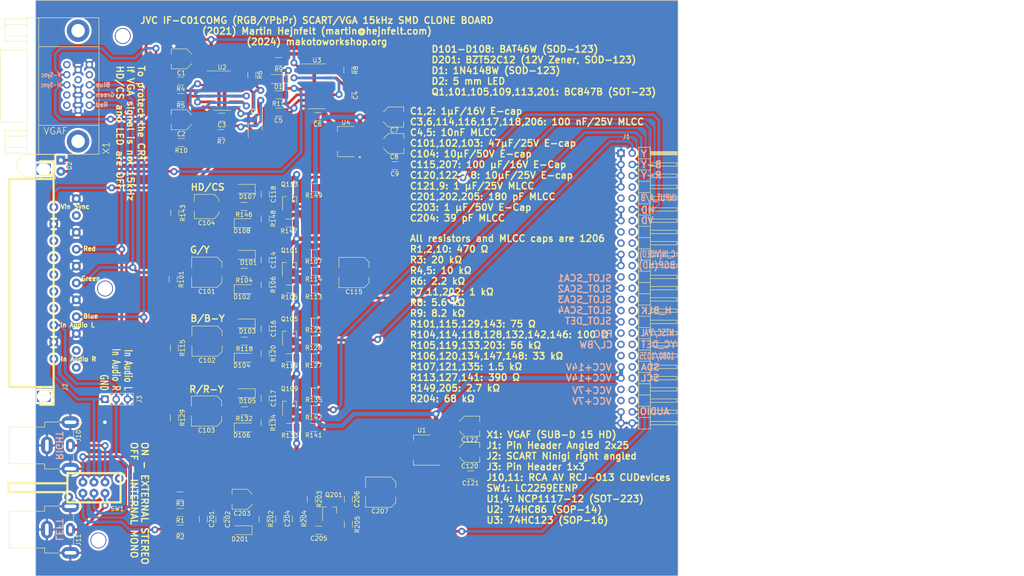
<source format=kicad_pcb>
(kicad_pcb (version 20221018) (generator pcbnew)
  (layers (0 "F.Cu" signal) (31 "B.Cu" signal) (34 "B.Paste" user) (35 "F.Paste" user) (36 "B.SilkS" user "B.Silkscreen") (37 "F.SilkS" user "F.Silkscreen") (38 "B.Mask" user) (39 "F.Mask" user) (44 "Edge.Cuts" user))
  (net 0 "")
  (net 1 "Net-(U3A-Cext)")
  (net 2 "Net-(U3A-RCext)")
  (net 3 "Net-(U3B-RCext)")
  (net 4 "Net-(U3B-Cext)")
  (net 5 "GND")
  (net 6 "+12V")
  (net 7 "/VCC+14V")
  (net 8 "/AUDIO")
  (net 9 "Net-(D101-A)")
  (net 10 "/AUDIO_")
  (net 11 "/Y")
  (net 12 "/B-Y")
  (net 13 "/R-Y")
  (net 14 "/HD")
  (net 15 "/VD_")
  (net 16 "/G{slash}Y")
  (net 17 "/B{slash}B-Y")
  (net 18 "/R{slash}R-Y")
  (net 19 "/HD{slash}CS")
  (net 20 "Net-(D103-A)")
  (net 21 "Net-(D105-A)")
  (net 22 "Net-(D107-A)")
  (net 23 "Net-(D201-K)")
  (net 24 "/AUDIO_L")
  (net 25 "/AUDIO_R")
  (net 26 "/AUDIO_EXT_R")
  (net 27 "/AUDIO_EXT_L")
  (net 28 "/AUDIO_INT_R")
  (net 29 "/AUDIO_INT_L")
  (net 30 "Net-(Q201-B)")
  (net 31 "Net-(D1-K)")
  (net 32 "Net-(D1-A)")
  (net 33 "Net-(D2-K)")
  (net 77 "Net-(C1-Pad1)")
  (net 78 "Net-(C2-Pad1)")
  (net 79 "+5V")
  (net 80 "Net-(Q1-C)")
  (net 81 "Net-(Q1-B)")
  (net 82 "Net-(Q1-E)")
  (net 83 "Net-(R6-Pad2)")
  (net 84 "Net-(U2-Pad3)")
  (net 85 "Net-(U2-Pad10)")
  (net 86 "Net-(Q101-B)")
  (net 87 "Net-(Q101-E)")
  (net 88 "Net-(Q105-B)")
  (net 89 "Net-(Q105-E)")
  (net 90 "Net-(Q109-B)")
  (net 91 "Net-(R5-Pad2)")
  (net 92 "Net-(Q109-E)")
  (net 93 "Net-(Q113-B)")
  (net 94 "Net-(U3A-A)")
  (net 96 "Net-(U3A-Q)")
  (footprint "Mounting_Holes:MountingHole_3.2mm_M3" (layer "F.Cu") (at 98.4865 95.25)
    (fp_text reference "J4" hide)
    (fp_text value "TEST_1P")
  )
  (footprint "ninigi-scart-ra:NINIGI-SCART-RA" (layer "F.Cu") (at 92 94 -90)
    (fp_text reference "J2")
    (fp_text value "SCART-F")
  )
  (footprint "Pin_Headers:Pin_Header_Angled_2x25_Pitch2.54mm" (layer "F.Cu") (at 214.92 64.685)
    (fp_text reference "J1")
    (fp_text value "Conn_02x25_Odd_Even")
  )
  (footprint "LC2259:LC2259" (layer "F.Cu") (at 95.9865 140.25)
    (fp_text reference "SW1")
    (fp_text value "SW_DPDT_x2")
  )
  (footprint "Package_TO_SOT_SMD:SOT-23_Handsoldering" (layer "F.Cu") (at 140.0745 90.133 90)
    (fp_text reference "Q101")
    (fp_text value "BC850C")
  )
  (footprint "Capacitor_SMD:C_Elec_6.3x5.4" (layer "F.Cu") (at 121.446 91.5635 180)
    (fp_text reference "C101")
    (fp_text value "47uF/25V")
  )
  (footprint "Capacitor_SMD:C_Elec_6.3x5.4" (layer "F.Cu") (at 121.5095 107.133 180)
    (fp_text reference "C102")
    (fp_text value "47uF/25V")
  )
  (footprint "Capacitor_SMD:C_Elec_6.3x5.4" (layer "F.Cu") (at 121.3825 122.9325 180)
    (fp_text reference "C103")
    (fp_text value "47uF/25V")
  )
  (footprint "Capacitor_SMD:C_1206_3216Metric_Pad1.33x1.80mm_HandSolder" (layer "F.Cu") (at 134.6245 88.8205 -90)
    (fp_text reference "C114")
    (fp_text value "100nF")
  )
  (footprint "Capacitor_SMD:C_Elec_6.3x5.4" (layer "F.Cu") (at 154.662 91.633 180)
    (fp_text reference "C115")
    (fp_text value "100uF/16V")
  )
  (footprint "Capacitor_SMD:C_1206_3216Metric_Pad1.33x1.80mm_HandSolder" (layer "F.Cu") (at 134.6245 104.3205 -90)
    (fp_text reference "C116")
    (fp_text value "100nF")
  )
  (footprint "Capacitor_SMD:C_1206_3216Metric_Pad1.33x1.80mm_HandSolder" (layer "F.Cu") (at 134.6245 120.0705 -90)
    (fp_text reference "C117")
    (fp_text value "100nF")
  )
  (footprint "Capacitor_SMD:C_Elec_4x5.4" (layer "F.Cu") (at 180.7905 132.25)
    (fp_text reference "C120")
    (fp_text value "10uF/25V")
  )
  (footprint "Capacitor_SMD:C_1206_3216Metric_Pad1.33x1.80mm_HandSolder" (layer "F.Cu") (at 180.981 137.349 180)
    (fp_text reference "C121")
    (fp_text value "1uF/25V")
  )
  (footprint "Capacitor_SMD:C_Elec_4x5.4" (layer "F.Cu") (at 180.7905 126.352)
    (fp_text reference "C122")
    (fp_text value "10uF/25V")
  )
  (footprint "Capacitor_SMD:C_Elec_4x5.4" (layer "F.Cu") (at 129.4115 142.85 180)
    (fp_text reference "C203")
    (fp_text value "1uF/50V")
  )
  (footprint "Capacitor_SMD:C_1206_3216Metric_Pad1.33x1.80mm_HandSolder" (layer "F.Cu") (at 146.724 149.85 180)
    (fp_text reference "C205")
    (fp_text value "180pF")
  )
  (footprint "Capacitor_SMD:C_1206_3216Metric_Pad1.33x1.80mm_HandSolder" (layer "F.Cu") (at 153.4115 142.85 -90)
    (fp_text reference "C206")
    (fp_text value "100nF")
  )
  (footprint "Capacitor_SMD:C_Elec_6.3x5.4" (layer "F.Cu") (at 160.699 141.25 180)
    (fp_text reference "C207")
    (fp_text value "100uF/16V")
  )
  (footprint "Diode_SMD:D_SOD-123" (layer "F.Cu") (at 130.1245 118.883 180)
    (fp_text reference "D105")
    (fp_text value "BAT46W")
  )
  (footprint "Diode_SMD:D_SOD-123" (layer "F.Cu") (at 129.8745 126.633)
    (fp_text reference "D106")
    (fp_text value "BAT46W")
  )
  (footprint "Diode_SMD:D_SOD-123" (layer "F.Cu") (at 129.889 80.4725)
    (fp_text reference "D108")
    (fp_text value "BAT46W")
  )
  (footprint "Diode_SMD:D_SOD-123" (layer "F.Cu") (at 129.4115 149.85 180)
    (fp_text reference "D201")
    (fp_text value "BZT52C12")
  )
  (footprint "Resistor_SMD:R_1206_3216Metric_Pad1.30x1.75mm_HandSolder" (layer "F.Cu") (at 115.4615 145.85 180)
    (fp_text reference "R1")
    (fp_text value "470R")
  )
  (footprint "Resistor_SMD:R_1206_3216Metric_Pad1.30x1.75mm_HandSolder" (layer "F.Cu") (at 115.4615 149.6)
    (fp_text reference "R2")
    (fp_text value "470R")
  )
  (footprint "Resistor_SMD:R_1206_3216Metric_Pad1.30x1.75mm_HandSolder" (layer "F.Cu") (at 115.4115 142.1 180)
    (fp_text reference "R3")
    (fp_text value "20K")
  )
  (footprint "Resistor_SMD:R_1206_3216Metric_Pad1.30x1.75mm_HandSolder" (layer "F.Cu") (at 113.8745 93.183 -90)
    (fp_text reference "R101")
    (fp_text value "75R")
  )
  (footprint "Resistor_SMD:R_1206_3216Metric_Pad1.30x1.75mm_HandSolder" (layer "F.Cu") (at 140.0745 95.383 180)
    (fp_text reference "R105")
    (fp_text value "56k")
  )
  (footprint "Resistor_SMD:R_1206_3216Metric_Pad1.30x1.75mm_HandSolder" (layer "F.Cu") (at 134.6245 94.383 -90)
    (fp_text reference "R106")
    (fp_text value "33k")
  )
  (footprint "Resistor_SMD:R_1206_3216Metric_Pad1.30x1.75mm_HandSolder" (layer "F.Cu") (at 145.5745 87.383)
    (fp_text reference "R107")
    (fp_text value "1.5k")
  )
  (footprint "Resistor_SMD:R_1206_3216Metric_Pad1.30x1.75mm_HandSolder" (layer "F.Cu") (at 145.5745 95.383)
    (fp_text reference "R113")
    (fp_text value "390R")
  )
  (footprint "Resistor_SMD:R_1206_3216Metric_Pad1.30x1.75mm_HandSolder" (layer "F.Cu") (at 145.5745 91.383)
    (fp_text reference "R114")
    (fp_text value "100R")
  )
  (footprint "Resistor_SMD:R_1206_3216Metric_Pad1.30x1.75mm_HandSolder" (layer "F.Cu") (at 140.1245 110.883 180)
    (fp_text reference "R119")
    (fp_text value "56k")
  )
  (footprint "Resistor_SMD:R_1206_3216Metric_Pad1.30x1.75mm_HandSolder" (layer "F.Cu") (at 134.6245 109.933 -90)
    (fp_text reference "R120")
    (fp_text value "33k")
  )
  (footprint "Resistor_SMD:R_1206_3216Metric_Pad1.30x1.75mm_HandSolder" (layer "F.Cu") (at 145.5745 102.883)
    (fp_text reference "R121")
    (fp_text value "1.5k")
  )
  (footprint "Resistor_SMD:R_1206_3216Metric_Pad1.30x1.75mm_HandSolder" (layer "F.Cu") (at 145.5745 106.883)
    (fp_text reference "R128")
    (fp_text value "100R")
  )
  (footprint "Resistor_SMD:R_1206_3216Metric_Pad1.30x1.75mm_HandSolder" (layer "F.Cu") (at 140.1745 126.633 180)
    (fp_text reference "R133")
    (fp_text value "56k")
  )
  (footprint "Resistor_SMD:R_1206_3216Metric_Pad1.30x1.75mm_HandSolder" (layer "F.Cu") (at 134.6245 125.583 -90)
    (fp_text reference "R134")
    (fp_text value "33k")
  )
  (footprint "Resistor_SMD:R_1206_3216Metric_Pad1.30x1.75mm_HandSolder" (layer "F.Cu") (at 145.5745 118.633)
    (fp_text reference "R135")
    (fp_text value "1.5k")
  )
  (footprint "Resistor_SMD:R_1206_3216Metric_Pad1.30x1.75mm_HandSolder" (layer "F.Cu") (at 145.5745 126.633)
    (fp_text reference "R141")
    (fp_text value "390R")
  )
  (footprint "Resistor_SMD:R_1206_3216Metric_Pad1.30x1.75mm_HandSolder" (layer "F.Cu") (at 145.5745 122.633)
    (fp_text reference "R142")
    (fp_text value "100R")
  )
  (footprint "Resistor_SMD:R_1206_3216Metric_Pad1.30x1.75mm_HandSolder" (layer "F.Cu") (at 139.9865 80.4475 180)
    (fp_text reference "R147")
    (fp_text value "33k")
  )
  (footprint "Resistor_SMD:R_1206_3216Metric_Pad1.30x1.75mm_HandSolder" (layer "F.Cu") (at 134.1615 147.35 90)
    (fp_text reference "R202")
    (fp_text value "1k")
  )
  (footprint "Resistor_SMD:R_1206_3216Metric_Pad1.30x1.75mm_HandSolder" (layer "F.Cu") (at 145.0365 142.9 -90)
    (fp_text reference "R203")
    (fp_text value "56k")
  )
  (footprint "Resistor_SMD:R_1206_3216Metric_Pad1.30x1.75mm_HandSolder" (layer "F.Cu") (at 153.4115 148.55 90)
    (fp_text reference "R205")
    (fp_text value "2.7k")
  )
  (footprint "Diode_SMD:D_SOD-123" (layer "F.Cu") (at 130.1455 87.633 180)
    (fp_text reference "D101")
    (fp_text value "BAT46W")
  )
  (footprint "Resistor_SMD:R_1206_3216Metric_Pad1.30x1.75mm_HandSolder" (layer "F.Cu") (at 129.8745 91.582 180)
    (fp_text reference "R104")
    (fp_text value "100R")
  )
  (footprint "Diode_SMD:D_SOD-123" (layer "F.Cu") (at 129.8745 95.383)
    (fp_text reference "D102")
    (fp_text value "BAT46W")
  )
  (footprint "Diode_SMD:D_SOD-123" (layer "F.Cu") (at 129.8745 110.883)
    (fp_text reference "D104")
    (fp_text value "BAT46W")
  )
  (footprint "Resistor_SMD:R_1206_3216Metric_Pad1.30x1.75mm_HandSolder" (layer "F.Cu") (at 114.1245 108.683 -90)
    (fp_text reference "R115")
    (fp_text value "75R")
  )
  (footprint "Resistor_SMD:R_1206_3216Metric_Pad1.30x1.75mm_HandSolder" (layer "F.Cu") (at 129.9245 107.133 180)
    (fp_text reference "R118")
    (fp_text value "100R")
  )
  (footprint "Diode_SMD:D_SOD-123" (layer "F.Cu") (at 130.1245 103.133 180)
    (fp_text reference "D103")
    (fp_text value "BAT46W")
  )
  (footprint "Resistor_SMD:R_1206_3216Metric_Pad1.30x1.75mm_HandSolder" (layer "F.Cu") (at 129.9245 122.883 180)
    (fp_text reference "R132")
    (fp_text value "100R")
  )
  (footprint "Package_TO_SOT_SMD:SOT-23_Handsoldering" (layer "F.Cu") (at 140.1245 105.6605 90)
    (fp_text reference "Q105")
    (fp_text value "BC850C")
  )
  (footprint "Resistor_SMD:R_1206_3216Metric_Pad1.30x1.75mm_HandSolder" (layer "F.Cu") (at 145.5745 110.883)
    (fp_text reference "R127")
    (fp_text value "390R")
  )
  (footprint "Package_TO_SOT_SMD:SOT-23_Handsoldering" (layer "F.Cu") (at 140.1245 121.472 90)
    (fp_text reference "Q109")
    (fp_text value "BC850C")
  )
  (footprint "Diode_SMD:D_SOD-123" (layer "F.Cu") (at 130.139 72.7225 180)
    (fp_text reference "D107")
    (fp_text value "BAT46W")
  )
  (footprint "Resistor_SMD:R_1206_3216Metric_Pad1.30x1.75mm_HandSolder" (layer "F.Cu") (at 114.1245 124.433 -90)
    (fp_text reference "R129")
    (fp_text value "75R")
  )
  (footprint "Resistor_SMD:R_1206_3216Metric_Pad1.30x1.75mm_HandSolder" (layer "F.Cu") (at 145.589 72.4725)
    (fp_text reference "R149")
    (fp_text value "2.7k")
  )
  (footprint "Resistor_SMD:R_1206_3216Metric_Pad1.30x1.75mm_HandSolder" (layer "F.Cu") (at 114.2215 78.2225 -90)
    (fp_text reference "R143")
    (fp_text value "75R")
  )
  (footprint "Capacitor_SMD:C_Elec_5x5.4" (layer "F.Cu") (at 121.389 76.7225 180)
    (fp_text reference "C104")
    (fp_text value "10uF/50V")
  )
  (footprint "Resistor_SMD:R_1206_3216Metric_Pad1.30x1.75mm_HandSolder" (layer "F.Cu") (at 129.839 76.7225 180)
    (fp_text reference "R146")
    (fp_text value "100R")
  )
  (footprint "Capacitor_SMD:C_1206_3216Metric_Pad1.33x1.80mm_HandSolder" (layer "F.Cu") (at 134.639 73.9725 -90)
    (fp_text reference "C118")
    (fp_text value "100nF")
  )
  (footprint "Resistor_SMD:R_1206_3216Metric_Pad1.30x1.75mm_HandSolder" (layer "F.Cu") (at 134.639 79.4725 -90)
    (fp_text reference "R148")
    (fp_text value "33k")
  )
  (footprint "Package_TO_SOT_SMD:SOT-23_Handsoldering" (layer "F.Cu") (at 140.139 75.2225 90)
    (fp_text reference "Q113")
    (fp_text value "BC850C")
  )
  (footprint "Capacitor_SMD:C_1206_3216Metric_Pad1.33x1.80mm_HandSolder" (layer "F.Cu") (at 120.6615 147.35 90)
    (fp_text reference "C201")
    (fp_text value "180pF")
  )
  (footprint "Capacitor_SMD:C_1206_3216Metric_Pad1.33x1.80mm_HandSolder" (layer "F.Cu") (at 124.4115 147.4125 90)
    (fp_text reference "C202")
    (fp_text value "180pF")
  )
  (footprint "Resistor_SMD:R_1206_3216Metric_Pad1.30x1.75mm_HandSolder" (layer "F.Cu") (at 141.6615 147.3 90)
    (fp_text reference "R204")
    (fp_text value "68K")
  )
  (footprint "Capacitor_SMD:C_1206_3216Metric_Pad1.33x1.80mm_HandSolder" (layer "F.Cu") (at 137.9115 147.2875 -90)
    (fp_text reference "C204")
    (fp_text value "39pF")
  )
  (footprint "Package_TO_SOT_SMD:SOT-23_Handsoldering" (layer "F.Cu") (at 149.1615 145.35 90)
    (fp_text reference "Q201")
    (fp_text value "BC850C")
  )
  (footprint "Package_TO_SOT_SMD:SOT-223-3_TabPin2" (layer "F.Cu") (at 170.0115 131.75 180)
    (fp_text reference "U1")
    (fp_text value "NCP1117-12_SOT223")
  )
  (footprint "Resistor_SMD:R_1206_3216Metric_Pad1.30x1.75mm_HandSolder" (layer "F.Cu") (at 137.6215 51.496)
    (fp_text reference "R11")
    (fp_text value "1k")
  )
  (footprint "Resistor_SMD:R_1206_3216Metric_Pad1.30x1.75mm_HandSolder" (layer "F.Cu") (at 137.6715 43.996)
    (fp_text reference "R9")
    (fp_text value "8k2")
  )
  (footprint "Resistor_SMD:R_1206_3216Metric_Pad1.30x1.75mm_HandSolder" (layer "F.Cu") (at 115.5615 52.125 180)
    (fp_text reference "R5")
    (fp_text value "10k")
  )
  (footprint "Package_TO_SOT_SMD:SOT-223-3_TabPin2" (layer "F.Cu") (at 152.85 62.05 180)
    (fp_text reference "U4")
    (fp_text value "NCP1117-5_SOT223")
  )
  (footprint "Resistor_SMD:R_1206_3216Metric_Pad1.30x1.75mm_HandSolder" (layer "F.Cu") (at 115.6865 62.25 180)
    (fp_text reference "R10")
    (fp_text value "470R")
  )
  (footprint "RCJ-013:CUI_RCJ-013" (layer "F.Cu") (at 84.109369 149.7)
    (fp_text reference "J11")
    (fp_text value "RCJ-013")
  )
  (footprint "Resistor_SMD:R_1206_3216Metric_Pad1.30x1.75mm_HandSolder" (layer "F.Cu") (at 124.728 60.246 180)
    (fp_text reference "R7")
    (fp_text value "1k")
  )
  (footprint "Capacitor_SMD:C_1206_3216Metric_Pad1.33x1.80mm_HandSolder" (layer "F.Cu") (at 163.875 67.5 180)
    (fp_text reference "C9")
    (fp_text value "1uF/25V")
  )
  (footprint "Resistor_SMD:R_1206_3216Metric_Pad1.30x1.75mm_HandSolder" (layer "F.Cu") (at 153.2925 45.916 90)
    (fp_text reference "R8")
    (fp_text value "5k6")
  )
  (footprint "Resistor_SMD:R_1206_3216Metric_Pad1.30x1.75mm_HandSolder" (layer "F.Cu") (at 131.6215 46.996 -90)
    (fp_text reference "R6")
    (fp_text value "2k2")
  )
  (footprint "HD15:HD15_B-HD15F" (layer "F.Cu") (at 92.39873 49.5 90)
    (fp_text reference "X1")
    (fp_text value "VGAF")
  )
  (footprint "Capacitor_SMD:C_Elec_4x5.4" (layer "F.Cu") (at 115.6865 43.375 180)
    (fp_text reference "C1")
    (fp_text value "1uF/16V")
  )
  (footprint "Capacitor_SMD:C_1206_3216Metric_Pad1.33x1.80mm_HandSolder" (layer "F.Cu") (at 153.2925 51.6035 -90)
    (fp_text reference "C4")
    (fp_text value "10nF")
  )
  (footprint "Mounting_Holes:MountingHole_3.2mm_M3" (layer "F.Cu") (at 96.9865 152.15)
    (fp_text reference "J4" hide)
    (fp_text value "TEST_1P")
  )
  (footprint "Capacitor_SMD:C_1206_3216Metric_Pad1.33x1.80mm_HandSolder" (layer "F.Cu") (at 124.8405 56.546)
    (fp_text reference "C3")
    (fp_text value "100nF")
  )
  (footprint "Diode_SMD:D_SOD-123" (layer "F.Cu") (at 137.6215 47.916 180)
    (fp_text reference "D1")
    (fp_text value "1N4148W")
  )
  (footprint "Connector_PinHeader_2.54mm:PinHeader_1x03_P2.54mm_Vertical" (layer "F.Cu") (at 98.4615 120.25 90)
    (fp_text reference "J3")
    (fp_text value "AudioJack2_Ground_123")
  )
  (footprint "Capacitor_SMD:C_1206_3216Metric_Pad1.33x1.80mm_HandSolder" (layer "F.Cu") (at 146.4835 56.416)
    (fp_text reference "C6")
    (fp_text value "100nF")
  )
  (footprint "Resistor_SMD:R_1206_3216Metric_Pad1.30x1.75mm_HandSolder" (layer "F.Cu") (at 115.5615 48.375 180)
    (fp_text reference "R4")
    (fp_text value "10k")
  )
  (footprint "RCJ-013:CUI_RCJ-013" (layer "F.Cu") (at 84.1115 130.7)
    (fp_text reference "J10")
    (fp_text value "RCJ-013")
  )
  (footprint "Capacitor_SMD:C_Elec_4x5.4" (layer "F.Cu") (at 163.6655 62.5)
    (fp_text reference "C8")
    (fp_text value "10uF/25V")
  )
  (footprint "Mounting_Holes:MountingHole_3.2mm_M3" (layer "F.Cu") (at 102.4865 38.2)
    (fp_text reference "J4" hide)
    (fp_text value "TEST_1P")
  )
  (footprint "Capacitor_SMD:C_1206_3216Metric_Pad1.33x1.80mm_HandSolder" (layer "F.Cu") (at 137.6215 55.416 180)
    (fp_text reference "C5")
    (fp_text value "10nF")
  )
  (footprint "Capacitor_SMD:C_Elec_4x5.4" (layer "F.Cu") (at 163.625 56.5)
    (fp_text reference "C7")
    (fp_text value "10uF/25V")
  )
  (footprint "Package_TO_SOT_SMD:SOT-23_Handsoldering" (layer "F.Cu") (at 132.3715 58.746 90)
    (fp_text reference "Q1")
    (fp_text value "BC847B")
  )
  (footprint "Package_SO:SOIC-14_3.9x8.7mm_P1.27mm" (layer "F.Cu") (at 124.903 50.546)
    (fp_text reference "U2")
    (fp_text value "74HC86")
  )
  (footprint "Package_SO:SOIC-16_3.9x9.9mm_P1.27mm" (layer "F.Cu") (at 146.296 49.571)
    (fp_text reference "U3")
    (fp_text value "74HC123")
  )
  (footprint "Capacitor_SMD:C_Elec_4x5.4" (layer "F.Cu") (at 115.6865 57.125 180)
    (fp_text reference "C2")
    (fp_text value "1uF/16V")
  )
  (footprint "LED_THT:LED_D5.0mm_Horizontal_O1.27mm_Z3.0mm" (layer "F.Cu") (at 88.5115 66.25 -90)
    (fp_text reference "D2")
    (fp_text value "LED_Small_Filled")
  )
  (gr_line (start 305.8 124.7) (end 305.8 124.675) (stroke (width 0.2)) (layer "F.SilkS"))
  (gr_rect (start 82.8 30.15) (end 227.825 160.15) (stroke (width 0.15)) (fill none) (layer "Edge.Cuts"))
  (gr_text "1080/1035" (at 219 110.5) (layer "B.SilkS") (effects (font (size 1.5 0.9) (thickness 0.225)) (justify right mirror)))
  (gr_text "RIGHT" (at 88.138 130.75 -90) (layer "B.SilkS") (effects (font (size 1.5 1.5) (thickness 0.3)) (justify mirror)))
  (gr_text "Red" (at 97.7365 53.75) (layer "B.SilkS") (effects (font (size 1 1) (thickness 0.25)) (justify mirror)))
  (gr_text "H-Sync" (at 86.2365 49.25) (layer "B.SilkS") (effects (font (size 1 0.8) (thickness 0.2)) (justify mirror)))
  (gr_text "Green" (at 98.4865 51.5) (layer "B.SilkS") (effects (font (size 1 1) (thickness 0.25)) (justify mirror)))
  (gr_text "C_IN(VIDEO)" (at 219 87.5) (layer "B.SilkS") (effects (font (size 1.5 0.9) (thickness 0.225)) (justify right mirror)))
  (gr_text "SDA\nSCL" (at 219.25 114.25) (layer "B.SilkS") (effects (font (size 1.5 1.5) (thickness 0.3)) (justify right mirror)))
  (gr_text "\nHD\nVD" (at 219.25 77.5) (layer "B.SilkS") (effects (font (size 1.5 1.5) (thickness 0.3)) (justify right mirror)))
  (gr_text "VCC+7V\nVCC+7V" (at 213 119.5) (layer "B.SilkS") (effects (font (size 1.5 1.5) (thickness 0.3)) (justify left mirror)))
  (gr_text "BGP(HD)" (at 218.75 90) (layer "B.SilkS") (effects (font (size 1.5 1.3) (thickness 0.25)) (justify right mirror)))
  (gr_text "Y\nB-Y\nR-Y" (at 219.25 67.25) (layer "B.SilkS") (effects (font (size 1.5 1.5) (thickness 0.3)) (justify right mirror)))
  (gr_text "SLOT_SCA1\nSLOT_SCA2\nSLOT_SCA3\nSLOT_SCA4\nSLOT_DET" (at 213 97.75) (layer "B.SilkS") (effects (font (size 1.5 1.5) (thickness 0.3)) (justify left mirror)))
  (gr_text "AUDIO" (at 219 123) (layer "B.SilkS") (effects (font (size 1.5 1.5) (thickness 0.3)) (justify right mirror)))
  (gr_text "VCC+14V\nVCC+14V" (at 213 114.25) (layer "B.SilkS") (effects (font (size 1.5 1.5) (thickness 0.3)) (justify left mirror)))
  (gr_text "LEFT" (at 88.138 149.75 -90) (layer "B.SilkS") (effects (font (size 1.5 1.5) (thickness 0.3)) (justify mirror)))
  (gr_text "Blue" (at 97.9865 49.25) (layer "B.SilkS") (effects (font (size 1 1) (thickness 0.25)) (justify mirror)))
  (gr_text "INPUT_A/B" (at 219.25 74.75) (layer "B.SilkS") (effects (font (size 1.5 1) (thickness 0.25)) (justify right mirror)))
  (gr_text "V-Sync" (at 86.2365 47) (layer "B.SilkS") (effects (font (size 1 0.8) (thickness 0.2)) (justify mirror)))
  (gr_text "YC_DET" (at 219.25 107.9) (layer "B.SilkS") (effects (font (size 1.5 1.5) (thickness 0.3)) (justify right mirror)))
  (gr_text "NTSC/PAL" (at 219.25 105.25) (layer "B.SilkS") (effects (font (size 1.5 1) (thickness 0.25)) (justify right mirror)))
  (gr_text "H_BLK" (at 219.25 100.25) (layer "B.SilkS") (effects (font (size 1.5 1.5) (thickness 0.3)) (justify right mirror)))
  (gr_text "FSC\nCL/BW" (at 213.25 106.75) (layer "B.SilkS") (effects (font (size 1.5 1.5) (thickness 0.3)) (justify left mirror)))
  (gr_text "D101-D108: BAT46W (SOD-123)\nD201: BZT52C12 (12V Zener, SOD-123)\nD1: 1N4148W (SOD-123)\nD2: 5 mm LED\nQ1,101,105,109,113,201: BC847B (SOT-23)\n" (at 172 46) (layer "F.SilkS") (effects (font (size 1.5 1.5) (thickness 0.3)) (justify left)))
  (gr_text "ON - EXTERNAL STEREO\nOFF - INTERNAL MONO" (at 106.2365 129.75 270) (layer "F.SilkS") (effects (font (size 1.5 1.5) (thickness 0.3)) (justify left)))
  (gr_text "JVC IF-C01COMG (RGB/YPbPr) SCART/VGA 15kHz SMD CLONE BOARD\n(2021) Martin Hejnfelt (martin@hejnfelt.com)\n(2024) makotoworkshop.org\n" (at 146.304 37.084) (layer "F.SilkS") (effects (font (size 1.5 1.5) (thickness 0.3))))
  (gr_text "To protect the CRT\nIf VGA signal is not 15kHz\nHD/CS and LED are OFF\n" (at 104.2365 44.75 270) (layer "F.SilkS") (effects (font (size 1.5 1.5) (thickness 0.3)) (justify left)))
  (gr_text "Vin Sync" (at 91.7365 76.75) (layer "F.SilkS") (effects (font (size 1 1) (thickness 0.25))))
  (gr_text "B/B-Y" (at 121.6245 102.008) (layer "F.SilkS") (effects (font (size 1.5 1.5) (thickness 0.3))))
  (gr_text "in Audio R" (at 92.4865 111.2) (layer "F.SilkS") (effects (font (size 1 1) (thickness 0.25))))
  (gr_text "in Audio L" (at 92.2365 103.5) (layer "F.SilkS") (effects (font (size 1 1) (thickness 0.25))))
  (gr_text "Red" (at 94.9865 86.25) (layer "F.SilkS") (effects (font (size 1 1) (thickness 0.25))))
  (gr_text "R/R-Y" (at 121.3745 118.008) (layer "F.SilkS") (effects (font (size 1.5 1.5) (thickness 0.3))))
  (gr_text "In Audio L\nIn Audio R\nGND" (at 100.9865 118.5 270) (layer "F.SilkS") (effects (font (size 1.7 1.2) (thickness 0.25)) (justify right)))
  (gr_text "Blue" (at 95.2365 101.5) (layer "F.SilkS") (effects (font (size 1 1) (thickness 0.25))))
  (gr_text "C1,2: 1µF/16V E-cap\nC3,6,114,116,117,118,206: 100 nF/25V MLCC\nC4,5: 10nF MLCC\nC101,102,103: 47µF/25V E-cap\nC104: 10µF/50V E-cap\nC115,207: 100 µF/16V E-Cap\nC120,122,7,8: 10µF/25V E-cap\nC121,9: 1 µF/25V MLCC\nC201,202,205: 180 pF MLCC\nC203: 1 µF/50V E-Cap\nC204: 39 pF MLCC\n" (at 167.132 67.25) (layer "F.SilkS") (effects (font (size 1.5 1.5) (thickness 0.3)) (justify left)))
  (gr_text "\nAll resistors and MLCC caps are 1206\nR1,2,10: 470 Ω\nR3: 20 kΩ\nR4,5: 10 kΩ\nR6: 2.2 kΩ\nR7,11,202: 1 kΩ\nR8: 5.6 kΩ\nR9: 8.2 kΩ\nR101,115,129,143: 75 Ω\nR104,114,118,128,132,142,146: 100 Ω\nR105,119,133,203: 56 kΩ\nR106,120,134,147,148: 33 kΩ\nR107,121,135: 1.5 kΩ\nR113,127,141: 390 Ω\nR149,205: 2.7 kΩ\nR204: 68 kΩ" (at 167.132 100.838) (layer "F.SilkS") (effects (font (size 1.5 1.5) (thickness 0.3)) (justify left)))
  (gr_text "G/Y" (at 119.8745 86.508) (layer "F.SilkS") (effects (font (size 1.5 1.5) (thickness 0.3))))
  (gr_text "Green" (at 95.2365 93) (layer "F.SilkS") (effects (font (size 1 1) (thickness 0.25))))
  (gr_text "HD/CS" (at 121.639 72.3475) (layer "F.SilkS") (effects (font (size 1.5 1.5) (thickness 0.3))))
  (gr_text "X1: VGAF (SUB-D 15 HD)\nJ1: Pin Header Angled 2x25\nJ2: SCART Ninigi right angled\nJ3: Pin Header 1x3\nJ10,11: RCA AV RCJ-013 CUDevices\nSW1: LC2259EENP\nU1,4: NCP1117-12 (SOT-223)\nU2: 74HC86 (SOP-14)\nU3: 74HC123 (SOP-16)" (at 184.404 137.922) (layer "F.SilkS") (effects (font (size 1.5 1.5) (thickness 0.3)) (justify left)))
  (segment (start 153.0875 50.041) (end 153.2925 50.041) (width 0.6) (layer "F.Cu") (net 1))
  (segment (start 150.7125 47.666) (end 153.0875 50.041) (width 0.6) (layer "F.Cu") (net 1))
  (segment (start 148.771 47.666) (end 150.6705 47.666) (width 0.6) (layer "F.Cu") (net 1))
  (segment (start 150.6705 47.666) (end 150.7525 47.748) (width 0.6) (layer "F.Cu") (net 1))
  (segment (start 152.2225 46.396) (end 153.2925 47.466) (width 0.6) (layer "F.Cu") (net 2))
  (segment (start 153.2925 47.466) (end 154.5125 47.466) (width 0.6) (layer "F.Cu") (net 2))
  (segment (start 154.3725 53.166) (end 153.2925 53.166) (width 0.6) (layer "F.Cu") (net 2))
  (segment (start 154.5125 47.466) (end 155.2925 48.246) (width 0.6) (layer "F.Cu") (net 2))
  (segment (start 149.1725 46.396) (end 152.2225 46.396) (width 0.6) (layer "F.Cu") (net 2))
  (segment (start 155.2925 52.246) (end 154.3725 53.166) (width 0.6) (layer "F.Cu") (net 2))
  (segment (start 155.2925 48.246) (end 155.2925 52.246) (width 0.6) (layer "F.Cu") (net 2))
  (segment (start 142.2465 52.746) (end 141.1215 53.871) (width 0.6) (layer "F.Cu") (net 3))
  (segment (start 139.1215 55.666) (end 139.3715 55.666) (width 0.6) (layer "F.Cu") (net 3))
  (segment (start 136.6215 45.746) (end 136.8715 45.996) (width 0.6) (layer "F.Cu") (net 3))
  (segment (start 141.1215 53.871) (end 141.1215 54.496) (width 0.6) (layer "F.Cu") (net 3))
  (segment (start 141.1215 54.496) (end 141.1215 54.746) (width 0.6) (layer "F.Cu") (net 3))
  (segment (start 136.1215 44.166) (end 136.1215 45.246) (width 0.6) (layer "F.Cu") (net 3))
  (segment (start 136.8715 45.996) (end 139.8715 45.996) (width 0.6) (layer "F.Cu") (net 3))
  (segment (start 142.2465 52.746) (end 143.546 52.746) (width 0.6) (layer "F.Cu") (net 3))
  (segment (start 136.0415 44.246) (end 136.1215 44.166) (width 0.6) (layer "F.Cu") (net 3))
  (segment (start 140.4515 55.416) (end 139.184 55.416) (width 0.6) (layer "F.Cu") (net 3))
  (segment (start 141.1215 54.746) (end 140.4515 55.416) (width 0.6) (layer "F.Cu") (net 3))
  (segment (start 136.1215 45.246) (end 136.6215 45.746) (width 0.6) (layer "F.Cu") (net 3))
  (via (at 141.1215 54.496) (size 1.6) (drill 0.8) (layers "F.Cu" "B.Cu") (net 3))
  (via (at 139.8715 45.996) (size 1.6) (drill 0.8) (layers "F.Cu" "B.Cu") (net 3))
  (segment (start 139.3715 46.496) (end 139.3715 53.746) (width 0.6) (layer "B.Cu") (net 3))
  (segment (start 140.1215 54.496) (end 141.1215 54.496) (width 0.6) (layer "B.Cu") (net 3))
  (segment (start 139.8715 45.996) (end 139.3715 46.496) (width 0.6) (layer "B.Cu") (net 3))
  (segment (start 139.3715 53.746) (end 140.1215 54.496) (width 0.6) (layer "B.Cu") (net 3))
  (segment (start 137.0415 53.496) (end 135.9965 54.541) (width 0.6) (layer "F.Cu") (net 4))
  (segment (start 143.821 51.476) (end 141.8115 51.476) (width 0.6) (layer "F.Cu") (net 4))
  (segment (start 141.8115 51.476) (end 139.7915 53.496) (width 0.6) (layer "F.Cu") (net 4))
  (segment (start 135.9965 54.541) (end 135.9965 55.666) (width 0.6) (layer "F.Cu") (net 4))
  (segment (start 139.7915 53.496) (end 137.0415 53.496) (width 0.6) (layer "F.Cu") (net 4))
  (segment (start 134.6245 95.983) (end 132.1245 95.983) (width 0.6) (layer "F.Cu") (net 5))
  (segment (start 143.821 54.016) (end 143.821 55.316) (width 0.6) (layer "F.Cu") (net 5))
  (segment (start 132.1245 95.983) (end 131.5245 95.383) (width 0.6) (layer "F.Cu") (net 5))
  (segment (start 90.6615 125.45) (end 98.4365 125.45) (width 0.6) (layer "F.Cu") (net 5))
  (segment (start 213.535 102.785) (end 213.5 102.75) (width 0.6) (layer "F.Cu") (net 5))
  (segment (start 213.25 95) (end 213.415 95.165) (width 0.6) (layer "F.Cu") (net 5))
  (segment (start 143.821 55.316) (end 144.921 56.416) (width 0.6) (layer "F.Cu") (net 5))
  (segment (start 114.0115 43.375) (end 114.0115 40.525) (width 0.6) (layer "F.Cu") (net 5))
  (segment (start 98.4865 125.5) (end 98.4365 125.45) (width 0.6) (layer "F.Cu") (net 5))
  (segment (start 214.92 102.785) (end 213.535 102.785) (width 0.6) (layer "F.Cu") (net 5))
  (segment (start 214.92 95.165) (end 213.415 95.165) (width 0.6) (layer "F.Cu") (net 5))
  (segment (start 114.0115 40.525) (end 113.9865 40.5) (width 0.6) (layer "F.Cu") (net 5))
  (via (at 113.9865 40.5) (size 1.6) (drill 0.8) (layers "F.Cu" "B.Cu") (net 5))
  (via (at 98.4365 125.45) (size 1.6) (drill 0.8) (layers "F.Cu" "B.Cu") (net 5))
  (segment (start 137.714 75.4725) (end 139.4365 73.75) (width 0.6) (layer "F.Cu") (net 6))
  (segment (start 163.2325 141.246) (end 163.2365 141.25) (width 0.6) (layer "F.Cu") (net 6))
  (segment (start 139.499 88.6855) (end 139.5435 88.73) (width 0.6) (layer "F.Cu") (net 6))
  (segment (start 139.4365 73.75) (end 140.064 73.75) (width 0.6) (layer "F.Cu") (net 6))
  (segment (start 152.849 143.85) (end 153.4115 144.4125) (width 1) (layer "F.Cu") (net 6))
  (segment (start 163.2365 132.75) (end 163.2365 141.25) (width 1) (layer "F.Cu") (net 6))
  (segment (start 178.6155 131.75) (end 179.1155 132.25) (width 1) (layer "F.Cu") (net 6))
  (segment (start 134.5245 121.633) (end 131.7745 118.883) (width 0.6) (layer "F.Cu") (net 6))
  (segment (start 141.7365 69.5) (end 140.2365 71) (width 1) (layer "F.Cu") (net 6))
  (segment (start 134.6245 105.883) (end 134.5245 105.883) (width 0.6) (layer "F.Cu") (net 6))
  (segment (start 141.7365 84) (end 155.7365 84) (width 1) (layer "F.Cu") (net 6))
  (segment (start 148.3365 141.35) (end 145.0365 141.35) (width 1) (layer "F.Cu") (net 6))
  (segment (start 166.8615 131.75) (end 173.1615 131.75) (width 1) (layer "F.Cu") (net 6))
  (segment (start 141.4865 99) (end 140.1245 100.362) (width 1) (layer "F.Cu") (net 6))
  (segment (start 139.497 119.9105) (end 140.063 119.9105) (width 0.6) (layer "F.Cu") (net 6))
  (segment (start 134.5245 90.383) (end 131.7745 87.633) (width 0.6) (layer "F.Cu") (net 6))
  (segment (start 157.2365 91.596) (end 157.1995 91.633) (width 1) (layer "F.Cu") (net 6))
  (segment (start 140.0745 85.662) (end 141.7365 84) (width 1) (layer "F.Cu") (net 6))
  (segment (start 140.064 73.75) (end 140.2865 73.75) (width 0.6) (layer "F.Cu") (net 6))
  (segment (start 161.824 144.4125) (end 163.2365 143) (width 1) (layer "F.Cu") (net 6))
  (segment (start 141.7245 140.238) (end 142.8365 141.35) (width 1) (layer "F.Cu") (net 6))
  (segment (start 149.1615 142.175) (end 148.3365 141.35) (width 1) (layer "F.Cu") (net 6))
  (segment (start 141.7365 99) (end 141.7365 95.495) (width 1) (layer "F.Cu") (net 6))
  (segment (start 134.564 75.4725) (end 137.714 75.4725) (width 0.6) (layer "F.Cu") (net 6))
  (segment (start 134.6245 105.883) (end 137.7745 105.883) (width 0.6) (layer "F.Cu") (net 6))
  (segment (start 140.139 71.5975) (end 140.139 73.7225) (width 1) (layer "F.Cu") (net 6))
  (segment (start 142.8365 141.35) (end 145.0365 141.35) (width 1) (layer "F.Cu") (net 6))
  (segment (start 173.1615 131.75) (end 178.6155 131.75) (width 1) (layer "F.Cu") (net 6))
  (segment (start 155.7365 84) (end 157.2365 85.5) (width 1) (layer "F.Cu") (net 6))
  (segment (start 157.2365 85.5) (end 157.2365 91.596) (width 1) (layer "F.Cu") (net 6))
  (segment (start 134.6245 121.633) (end 137.7745 121.633) (width 0.6) (layer "F.Cu") (net 6))
  (segment (start 137.7745 90.383) (end 139.497 88.6605) (width 0.6) (layer "F.Cu") (net 6))
  (segment (start 141.7365 99) (end 141.4865 99) (width 1) (layer "F.Cu") (net 6))
  (segment (start 137.7745 121.633) (end 139.497 119.9105) (width 0.6) (layer "F.Cu") (net 6))
  (segment (start 140.0745 88.633) (end 140.0745 85.662) (width 1) (layer "F.Cu") (net 6))
  (segment (start 153.4115 144.4125) (end 161.824 144.4125) (width 1) (layer "F.Cu") (net 6))
  (segment (start 139.497 104.1605) (end 140.1245 104.1605) (width 0.6) (layer "F.Cu") (net 6))
  (segment (start 141.6745 95.383) (end 141.6245 95.383) (width 0.6) (layer "F.Cu") (net 6))
  (segment (start 179.1155 132.25) (end 179.1155 137.046) (width 1) (layer "F.Cu") (net 6))
  (segment (start 141.6745 110.883) (end 141.6245 110.883) (width 0.6) (layer "F.Cu") (net 6))
  (segment (start 141.7365 95.495) (end 141.6245 95.383) (width 1) (layer "F.Cu") (net 6))
  (segment (start 166.8615 131.75) (end 164.2365 131.75) (width 1) (layer "F.Cu") (net 6))
  (segment (start 134.6245 90.383) (end 134.5245 90.383) (width 0.6) (layer "F.Cu") (net 6))
  (segment (start 149.1615 143.85) (end 149.1615 142.175) (width 1) (layer "F.Cu") (net 6))
  (segment (start 149.1615 143.85) (end 152.849 143.85) (width 1) (layer "F.Cu") (net 6))
  (segment (start 134.5245 105.883) (end 131.7745 103.133) (width 0.6) (layer "F.Cu") (net 6))
  (segment (start 163.2365 143) (end 163.2365 141.25) (width 1) (layer "F.Cu") (net 6))
  (segment (start 141.7245 126.633) (end 141.7245 140.238) (width 1) (layer "F.Cu") (net 6))
  (segment (start 139.377 120.0115) (end 139.4165 119.972) (width 0.6) (layer "F.Cu") (net 6))
  (segment (start 140.2365 71) (end 140.2365 71.5) (width 1) (layer "F.Cu") (net 6))
  (segment (start 134.6245 90.383) (end 137.7745 90.383) (width 0.6) (layer "F.Cu") (net 6))
  (segment (start 141.7365 80.6475) (end 141.5365 80.4475) (width 1) (layer "F.Cu") (net 6))
  (segment (start 140.1245 100.362) (end 140.1245 104.1605) (width 1) (layer "F.Cu") (net 6))
  (segment (start 141.7365 114.5) (end 141.7365 110.945) (width 1) (layer "F.Cu") (net 6))
  (segment (start 140.063 119.9105) (end 140.1245 119.972) (width 0.6) (layer "F.Cu") (net 6))
  (segment (start 164.2365 131.75) (end 163.2365 132.75) (width 1) (layer "F.Cu") (net 6))
  (segment (start 141.7365 114.5) (end 140.1245 116.112) (width 1) (layer "F.Cu") (net 6))
  (segment (start 141.7365 84) (end 141.7365 80.6475) (width 1) (layer "F.Cu") (net 6))
  (segment (start 140.2365 71.5) (end 140.139 71.5975) (width 1) (layer "F.Cu") (net 6))
  (segment (start 134.564 75.4725) (end 134.464 75.4725) (width 0.6) (layer "F.Cu") (net 6))
  (segment (start 137.7745 105.883) (end 139.497 104.1605) (width 0.6) (layer "F.Cu") (net 6))
  (segment (start 139.497 88.6605) (end 140.1245 88.6605) (width 0.6) (layer "F.Cu") (net 6))
  (segment (start 134.464 75.4725) (end 131.714 72.7225) (width 0.6) (layer "F.Cu") (net 6))
  (segment (start 141.7365 110.945) (end 141.6745 110.883) (width 1) (layer "F.Cu") (net 6))
  (segment (start 179.1155 137.046) (end 179.4185 137.349) (width 1) (layer "F.Cu") (net 6))
  (segment (start 140.1245 116.112) (end 140.1245 119.972) (width 1) (layer "F.Cu") (net 6))
  (via (at 141.7365 84) (size 1.6) (drill 0.8) (layers "F.Cu" "B.Cu") (net 6))
  (via (at 141.7365 114.5) (size 1.6) (drill 0.8) (layers "F.Cu" "B.Cu") (net 6))
  (via (at 141.7365 99) (size 1.6) (drill 0.8) (layers "F.Cu" "B.Cu") (net 6))
  (via (at 141.7365 130.25) (size 1.6) (drill 0.8) (layers "F.Cu" "B.Cu") (net 6))
  (via (at 141.7365 69.5) (size 1.6) (drill 0.8) (layers "F.Cu" "B.Cu") (net 6))
  (segment (start 141.7365 130.25) (end 141.7365 114.5) (width 1) (layer "B.Cu") (net 6))
  (segment (start 141.7365 114.5) (end 141.7365 99) (width 1) (layer "B.Cu") (net 6))
  (segment (start 141.7365 99) (end 141.7365 69.5) (width 1) (layer "B.Cu") (net 6))
  (segment (start 179.1155 126.027) (end 173.5135 126.027) (width 1) (layer "F.Cu") (net 7))
  (segment (start 156 59.75) (end 156 56.5) (width 1) (layer "F.Cu") (net 7))
  (segment (start 173.1615 129.45) (end 173.1615 125.675) (width 1) (layer "F.Cu") (net 7))
  (segment (start 173.5135 126.027) (end 173.1615 125.675) (width 1) (layer "F.Cu") (net 7))
  (segment (start 161.95 56.5) (end 156 56.5) (width 1) (layer "F.Cu") (net 7))
  (segment (start 173.1615 123.575) (end 173.1615 125.675) (width 1) (layer "F.Cu") (net 7))
  (via (at 173.1615 123.575) (size 1.6) (drill 0.8) (layers "F.Cu" "B.Cu") (net 7))
  (via (at 156 56.5) (size 1.6) (drill 0.8) (layers "F.Cu" "B.Cu") (net 7))
  (segment (start 147.5 126.25) (end 152 126.25) (width 1) (layer "B.Cu") (net 7))
  (segment (start 152 126.25) (end 154.675 123.575) (width 1) (layer "B.Cu") (net 7))
  (segment (start 146 58.75) (end 146 124.75) (width 1) (layer "B.Cu") (net 7))
  (segment (start 156 56.5) (end 148.25 56.5) (width 1) (layer "B.Cu") (net 7))
  (segment (start 181.2515 115.485) (end 173.1615 123.575) (width 1) (layer "B.Cu") (net 7))
  (segment (start 154.675 123.575) (end 173.1615 123.575) (width 1) (layer "B.Cu") (net 7))
  (segment (start 214.92 115.485) (end 181.265 115.485) (width 1) (layer "B.Cu") (net 7))
  (segment (start 214.92 112.945) (end 214.92 115.485) (width 1) (layer "B.Cu") (net 7))
  (segment (start 148.25 56.5) (end 146 58.75) (width 1) (layer "B.Cu") (net 7))
  (segment (start 146 124.75) (end 147.5 126.25) (width 1) (layer "B.Cu") (net 7))
  (segment (start 181.265 115.485) (end 181.25 115.5) (width 1) (layer "B.Cu") (net 7))
  (segment (start 124.599 145.7875) (end 124.6615 145.85) (width 0.6) (layer "F.Cu") (net 8))
  (segment (start 124.4115 145.85) (end 124.4115 144.1) (width 0.6) (layer "F.Cu") (net 8))
  (segment (start 127.7365 142.85) (end 125.1615 142.85) (width 0.6) (layer "F.Cu") (net 8))
  (segment (start 120.6615 145.7875) (end 124.599 145.7875) (width 0.6) (layer "F.Cu") (net 8))
  (segment (start 124.4115 143.6) (end 124.4115 145.85) (width 0.6) (layer "F.Cu") (net 8))
  (segment (start 117.0115 142.15) (end 116.9615 142.1) (width 0.6) (layer "F.Cu") (net 8))
  (segment (start 117.0115 145.85) (end 120.599 145.85) (width 0.6) (layer "F.Cu") (net 8))
  (segment (start 117.0115 145.85) (end 117.0115 149.6) (width 0.6) (layer "F.Cu") (net 8))
  (segment (start 120.599 145.85) (end 120.6615 145.7875) (width 0.6) (layer "F.Cu") (net 8))
  (segment (start 125.1615 142.85) (end 124.4115 143.6) (width 0.6) (layer "F.Cu") (net 8))
  (segment (start 117.0115 145.85) (end 117.0115 142.15) (width 0.6) (layer "F.Cu") (net 8))
  (segment (start 124.047 91.633) (end 128.3745 91.633) (width 0.6) (layer "F.Cu") (net 9))
  (segment (start 128.3745 95.233) (end 128.2245 95.383) (width 0.6) (layer "F.Cu") (net 9))
  (segment (start 128.4745 87.633) (end 128.4745 91.533) (width 0.6) (layer "F.Cu") (net 9))
  (segment (start 128.4745 91.533) (end 128.3745 91.633) (width 0.6) (layer "F.Cu") (net 9))
  (segment (start 128.3745 91.633) (end 128.3745 95.233) (width 0.6) (layer "F.Cu") (net 9))
  (segment (start 128.5105 94.406) (end 128.4955 94.421) (width 0.6) (layer "F.Cu") (net 9))
  (segment (start 128.5105 88.721) (end 128.4955 88.706) (width 0.6) (layer "F.Cu") (net 9))
  (segment (start 153.4115 150.1) (end 178.9865 150.1) (width 0.6) (layer "F.Cu") (net 10))
  (segment (start 150.1115 146.85) (end 150.1115 149.8) (width 0.6) (layer "F.Cu") (net 10))
  (segment (start 148.2865 149.85) (end 150.1615 149.85) (width 0.6) (layer "F.Cu") (net 10))
  (segment (start 150.1615 149.85) (end 153.1615 149.85) (width 0.6) (layer "F.Cu") (net 10))
  (segment (start 150.1115 149.8) (end 150.1615 149.85) (width 0.6) (layer "F.Cu") (net 10))
  (segment (start 153.1615 149.85) (end 153.4115 150.1) (width 0.6) (layer "F.Cu") (net 10))
  (via (at 178.9865 150.1) (size 1.6) (drill 0.8) (layers "F.Cu" "B.Cu") (net 10))
  (segment (start 178.9865 150.1) (end 197.15 150.1) (width 0.6) (layer "B.Cu") (net 10))
  (segment (start 197.15 150.1) (end 220.25 127) (width 0.6) (layer "B.Cu") (net 10))
  (segment (start 220.25 124.25) (end 219.105 123.105) (width 0.6) (layer "B.Cu") (net 10))
  (segment (start 219.105 123.105) (end 217.46 123.105) (width 0.6) (layer "B.Cu") (net 10))
  (segment (start 220.25 127) (end 220.25 124.25) (width 0.6) (layer "B.Cu") (net 10))
  (segment (start 176.883 97.383) (end 150.8745 97.383) (width 0.6) (layer "F.Cu") (net 11))
  (segment (start 150.8745 97.383) (end 149.6245 96.133) (width 0.6) (layer "F.Cu") (net 11))
  (segment (start 149.6245 93.883) (end 147.1245 91.383) (width 0.6) (layer "F.Cu") (net 11))
  (segment (start 177 97.5) (end 176.883 97.383) (width 0.6) (layer "F.Cu") (net 11))
  (segment (start 149.6245 96.133) (end 149.6245 93.883) (width 0.6) (layer "F.Cu") (net 11))
  (via (at 177 97.5) (size 1.6) (drill 0.8) (layers "F.Cu" "B.Cu") (net 11))
  (segment (start 217.46 62.71) (end 217.46 64.685) (width 0.6) (layer "B.Cu") (net 11))
  (segment (start 177 97.5) (end 212.5 62) (width 0.6) (layer "B.Cu") (net 11))
  (segment (start 212.5 62) (end 216.75 62) (width 0.6) (layer "B.Cu") (net 11))
  (segment (start 216.75 62) (end 217.46 62.71) (width 0.6) (layer "B.Cu") (net 11))
  (segment (start 160 106.75) (end 159.867 106.883) (width 0.6) (layer "F.Cu") (net 12))
  (segment (start 159.867 106.883) (end 147.1245 106.883) (width 0.6) (layer "F.Cu") (net 12))
  (via (at 160 106.75) (size 1.6) (drill 0.8) (layers "F.Cu" "B.Cu") (net 12))
  (segment (start 160 106.75) (end 206.75 60) (width 0.6) (layer "B.Cu") (net 12))
  (segment (start 218.775 67.225) (end 217.46 67.225) (width 0.6) (layer "B.Cu") (net 12))
  (segment (start 219.5 66.5) (end 218.775 67.225) (width 0.6) (layer "B.Cu") (net 12))
  (segment (start 218.25 60) (end 219.5 61.25) (width 0.6) (layer "B.Cu") (net 12))
  (segment (start 206.75 60) (end 218.25 60) (width 0.6) (layer "B.Cu") (net 12))
  (segment (start 219.5 61.25) (end 219.5 66.5) (width 0.6) (layer "B.Cu") (net 12))
  (segment (start 149.9865 122.633) (end 147.1245 122.633) (width 0.6) (layer "F.Cu") (net 13))
  (via (at 149.9865 122.633) (size 1.6) (drill 0.8) (layers "F.Cu" "B.Cu") (net 13))
  (segment (start 217.46 69.765) (end 220.485 69.765) (width 0.6) (layer "B.Cu") (net 13))
  (segment (start 221.5 59.25) (end 220.25 58) (width 0.6) (layer "B.Cu") (net 13))
  (segment (start 200.25 58) (end 151.75 106.5) (width 0.6) (layer "B.Cu") (net 13))
  (segment (start 220.485 69.765) (end 221.5 68.75) (width 0.6) (layer "B.Cu") (net 13))
  (segment (start 151.75 106.5) (end 151.75 121.5) (width 0.6) (layer "B.Cu") (net 13))
  (segment (start 220.25 58) (end 200.25 58) (width 0.6) (layer "B.Cu") (net 13))
  (segment (start 221.5 68.75) (end 221.5 59.25) (width 0.6) (layer "B.Cu") (net 13))
  (segment (start 150.617 122.633) (end 149.9865 122.633) (width 0.6) (layer "B.Cu") (net 13))
  (segment (start 151.75 121.5) (end 150.617 122.633) (width 0.6) (layer "B.Cu") (net 13))
  (segment (start 144.039 71.1975) (end 144.039 72.4725) (width 0.6) (layer "F.Cu") (net 14))
  (segment (start 179.25 70.25) (end 179.0975 70.0975) (width 0.6) (layer "F.Cu") (net 14))
  (segment (start 143.139 76.7225) (end 144.039 75.8225) (width 0.6) (layer "F.Cu") (net 14))
  (segment (start 141.089 76.7225) (end 143.139 76.7225) (width 0.6) (layer "F.Cu") (net 14))
  (segment (start 179.0975 70.0975) (end 145.139 70.0975) (width 0.6) (layer "F.Cu") (net 14))
  (segment (start 144.039 75.8225) (end 144.039 72.4725) (width 0.6) (layer "F.Cu") (net 14))
  (segment (start 145.139 70.0975) (end 144.039 71.1975) (width 0.6) (layer "F.Cu") (net 14))
  (via (at 179.25 70.25) (size 1.6) (drill 0.8) (layers "F.Cu" "B.Cu") (net 14))
  (segment (start 223.5 76.25) (end 222.365 77.385) (width 0.6) (layer "B.Cu") (net 14))
  (segment (start 223.5 57.25) (end 223.5 76.25) (width 0.6) (layer "B.Cu") (net 14))
  (segment (start 222.25 56) (end 223.5 57.25) (width 0.6) (layer "B.Cu") (net 14))
  (segment (start 179.25 70.25) (end 193.5 56) (width 0.6) (layer "B.Cu") (net 14))
  (segment (start 222.365 77.385) (end 217.46 77.385) (width 0.6) (layer "B.Cu") (net 14))
  (segment (start 193.5 56) (end 222.25 56) (width 0.6) (layer "B.Cu") (net 14))
  (segment (start 118.9085 91.5635) (end 113.944 91.5635) (width 0.6) (layer "F.Cu") (net 16))
  (segment (start 105.8695 91.633) (end 113.8745 91.633) (width 0.6) (layer "F.Cu") (net 16))
  (segment (start 118.85 91.643) (end 118.911 91.582) (width 0.6) (layer "F.Cu") (net 16))
  (segment (start 104.7365 90.5) (end 105.8695 91.633) (width 0.6) (layer "F.Cu") (net 16))
  (via (at 104.7365 90.5) (size 1.6) (drill 0.8) (layers "F.Cu" "B.Cu") (net 16))
  (segment (start 104.7365 52.75) (end 103.5185 51.532) (width 0.6) (layer "B.Cu") (net 16))
  (segment (start 104.7365 90.5) (end 104.7365 52.75) (width 0.6) (layer "B.Cu") (net 16))
  (segment (start 97.2365 90.5) (end 93.7365 94) (width 0.6) (layer "B.Cu") (net 16))
  (segment (start 103.5185 51.532) (end 94.93873 51.532) (width 0.6) (layer "B.Cu") (net 16))
  (segment (start 93.7365 94) (end 92 94) (width 0.6) (layer "B.Cu") (net 16))
  (segment (start 104.7365 90.5) (end 97.2365 90.5) (width 0.6) (layer "B.Cu") (net 16))
  (segment (start 108.1195 107.133) (end 114.1245 107.133) (width 0.6) (layer "F.Cu") (net 17))
  (segment (start 118.972 107.133) (end 114.1245 107.133) (width 0.6) (layer "F.Cu") (net 17))
  (segment (start 107.2365 106.25) (end 108.1195 107.133) (width 0.6) (layer "F.Cu") (net 17))
  (segment (start 107.2365 101.75) (end 107.2365 106.25) (width 0.6) (layer "F.Cu") (net 17))
  (via (at 107.2365 101.75) (size 1.6) (drill 0.8) (layers "F.Cu" "B.Cu") (net 17))
  (segment (start 105.9825 49.246) (end 94.93873 49.246) (width 0.6) (layer "B.Cu") (net 17))
  (segment (start 107.1065 101.62) (end 92 101.62) (width 0.6) (layer "B.Cu") (net 17))
  (segment (start 107.2365 50.5) (end 105.9825 49.246) (width 0.6) (layer "B.Cu") (net 17))
  (segment (start 107.2365 101.75) (end 107.1065 101.62) (width 0.6) (layer "B.Cu") (net 17))
  (segment (start 107.2365 101.75) (end 107.2365 50.5) (width 0.6) (layer "B.Cu") (net 17))
  (segment (start 118.829 122.9485) (end 118.845 122.9325) (width 0.6) (layer "F.Cu") (net 18))
  (segment (start 102.2365 114.5) (end 110.6195 122.883) (width 0.6) (layer "F.Cu") (net 18))
  (segment (start 118.972 122.883) (end 114.1245 122.883) (width 0.6) (layer "F.Cu") (net 18))
  (segment (start 110.6195 122.883) (end 114.1245 122.883) (width 0.6) (layer "F.Cu") (net 18))
  (segment (start 102.2365 86.38) (end 102.2365 114.5) (width 0.6) (layer "F.Cu") (net 18))
  (via (at 102.2365 86.38) (size 1.6) (drill 0.8) (layers "F.Cu" "B.Cu") (net 18))
  (segment (start 102.2365 86.38) (end 92 86.38) (width 0.6) (layer "B.Cu") (net 18))
  (segment (start 102.2365 55) (end 101.0545 53.818) (width 0.6) (layer "B.Cu") (net 18))
  (segment (start 102.2365 86.38) (end 102.2365 55) (width 0.6) (layer "B.Cu") (net 18))
  (segment (start 101.0545 53.818) (end 94.93873 53.818) (width 0.6) (layer "B.Cu") (net 18))
  (segment (start 124.528 65.496) (end 124.496 65.496) (width 0.6) (layer "F.Cu") (net 19))
  (segment (start 124.528 65.496) (end 124.528 61.996) (width 0.6) (layer "F.Cu") (net 19))
  (segment (start 113.2365 72.5) (end 114.2215 73.485) (width 0.6) (layer "F.Cu") (net 19))
  (segment (start 124.496 65.496) (end 119.3265 70.6655) (width 0.6) (layer "F.Cu") (net 19))
  (segment (start 114.2215 73.485) (end 114.2215 76.6725) (width 0.6) (layer "F.Cu") (net 19))
  (segment (start 114.1715 76.7225) (end 114.2215 76.6725) (width 0.6) (layer "F.Cu") (net 19))
  (segment (start 119.3265 76.7225) (end 119.3265 70.6655) (width 0.6) (layer "F.Cu") (net 19))
  (segment (start 99.9865 72.5) (end 113.2365 72.5) (width 0.6) (layer "F.Cu") (net 19))
  (segment (start 118.9115 76.7225) (end 114.064 76.7225) (width 0.6) (layer "F.Cu") (net 19))
  (segment (start 124.528 61.996) (end 126.278 60.246) (width 0.6) (layer "F.Cu") (net 19))
  (via (at 99.9865 72.5) (size 1.6) (drill 0.8) (layers "F.Cu" "B.Cu") (net 19))
  (segment (start 87.9865 72.5) (end 86.92 73.5665) (width 0.6) (layer "B.Cu") (net 19))
  (segment (start 86.92 73.5665) (end 86.92 76.855) (width 0.6) (layer "B.Cu") (net 19))
  (segment (start 99.9865 72.5) (end 87.9865 72.5) (width 0.6) (layer "B.Cu") (net 19))
  (segment (start 128.4745 103.133) (end 128.4745 107.033) (width 0.6) (layer "F.Cu") (net 20))
  (segment (start 128.4745 107.033) (end 128.3745 107.133) (width 0.6) (layer "F.Cu") (net 20))
  (segment (start 128.3745 110.733) (end 128.2245 110.883) (width 0.6) (layer "F.Cu") (net 20))
  (segment (start 128.3745 107.133) (end 128.3745 110.733) (width 0.6) (layer "F.Cu") (net 20))
  (segment (start 124.047 107.133) (end 128.3745 107.133) (width 0.6) (layer "F.Cu") (net 20))
  (segment (start 124.047 122.883) (end 128.3745 122.883) (width 0.6) (layer "F.Cu") (net 21))
  (segment (start 128.3745 122.883) (end 128.3745 126.483) (width 0.6) (layer "F.Cu") (net 21))
  (segment (start 128.4745 118.883) (end 128.4745 122.783) (width 0.6) (layer "F.Cu") (net 21))
  (segment (start 128.314 76.7225) (end 128.314 80.3225) (width 0.6) (layer "F.Cu") (net 22))
  (segment (start 128.314 80.3225) (end 128.164 80.4725) (width 0.6) (layer "F.Cu") (net 22))
  (segment (start 128.414 76.6225) (end 128.314 76.7225) (width 0.6) (layer "F.Cu") (net 22))
  (segment (start 123.9865 76.7225) (end 128.314 76.7225) (width 0.6) (layer "F.Cu") (net 22))
  (segment (start 128.414 72.7225) (end 128.414 76.6225) (width 0.6) (layer "F.Cu") (net 22))
  (segment (start 131.1115 145.8) (end 131.0615 145.75) (width 0.6) (layer "F.Cu") (net 23))
  (segment (start 131.0615 145.75) (end 131.0615 149.85) (width 0.6) (layer "F.Cu") (net 23))
  (segment (start 131.0615 142.875) (end 131.0615 145.75) (width 0.6) (layer "F.Cu") (net 23))
  (segment (start 134.1615 145.8) (end 131.1115 145.8) (width 0.6) (layer "F.Cu") (net 23))
  (segment (start 131.0865 142.85) (end 131.0615 142.875) (width 0.6) (layer "F.Cu") (net 23))
  (segment (start 103.9865 135.75) (end 103.9865 144.25) (width 0.6) (layer "B.Cu") (net 24))
  (segment (start 102.2365 146) (end 97.2365 146) (width 0.6) (layer "B.Cu") (net 24))
  (segment (start 91.9865 116.75) (end 99.9865 116.75) (width 0.6) (layer "B.Cu") (net 24))
  (segment (start 103.9865 144.25) (end 102.2365 146) (width 0.6) (layer "B.Cu") (net 24))
  (segment (start 97.2365 146) (end 95.9865 144.75) (width 0.6) (layer "B.Cu") (net 24))
  (segment (start 100.9865 132.75) (end 101.0015 132.735) (width 0.6) (layer "B.Cu") (net 24))
  (segment (start 88.2615 103.525) (end 89.4865 104.75) (width 0.6) (layer "B.Cu") (net 24))
  (segment (start 99.9865 116.75) (end 101.0015 117.765) (width 0.6) (layer "B.Cu") (net 24))
  (segment (start 86.92 103.525) (end 88.2615 103.525) (width 0.6) (layer "B.Cu") (net 24))
  (segment (start 89.4865 114.25) (end 91.9865 116.75) (width 0.6) (layer "B.Cu") (net 24))
  (segment (start 89.4865 104.75) (end 89.4865 114.25) (width 0.6) (layer "B.Cu") (net 24))
  (segment (start 100.9865 132.75) (end 103.9865 135.75) (width 0.6) (layer "B.Cu") (net 24))
  (segment (start 101.0015 117.765) (end 101.0015 120.25) (width 0.6) (layer "B.Cu") (net 24))
  (segment (start 95.9865 144.75) (end 95.9865 141.5) (width 0.6) (layer "B.Cu") (net 24))
  (segment (start 101.0015 132.735) (end 101.0015 120.25) (width 0.6) (layer "B.Cu") (net 24))
  (segment (start 86.92 114.9335) (end 92.2365 120.25) (width 0.6) (layer "B.Cu") (net 25))
  (segment (start 86.92 111.145) (end 86.92 114.9335) (width 0.6) (layer "B.Cu") (net 25))
  (segment (start 92.2365 120.25) (end 95.9865 120.25) (width 0.6) (layer "B.Cu") (net 25))
  (segment (start 95.9865 139) (end 95.9865 120.25) (width 0.6) (layer "B.Cu") (net 25))
  (segment (start 95.9865 120.25) (end 98.4615 120.25) (width 0.6) (layer "B.Cu") (net 25))
  (segment (start 98.1865 130.7) (end 90.6615 130.7) (width 0.6) (layer "F.Cu") (net 26))
  (segment (start 98.2365 130.75) (end 98.1865 130.7) (width 0.6) (layer "F.Cu") (net 26))
  (segment (start 98.4865 130.75) (end 98.2365 130.75) (width 0.6) (layer "F.Cu") (net 26))
  (via (at 98.4865 130.75) (size 1.6) (drill 0.8) (layers "F.Cu" "B.Cu") (net 26))
  (segment (start 98.4865 139) (end 98.4865 130.75) (width 0.6) (layer "B.Cu") (net 26))
  (segment (start 90.7115 130.75) (end 90.6615 130.7) (width 0.6) (layer "B.Cu") (net 26))
  (segment (start 98.4865 144.25) (end 98.4865 144.5) (width 0.6) (layer "F.Cu") (net 27))
  (segment (start 98.4865 144.5) (end 93.2865 149.7) (width 0.6) (layer "F.Cu") (net 27))
  (segment (start 93.2865 149.7) (end 90.659369 149.7) (width 0.6) (layer "F.Cu") (net 27))
  (segment (start 98.4865 144.25) (end 98.2365 144.5) (width 0.6) (layer "F.Cu") (net 27))
  (via (at 98.4865 144.25) (size 1.6) (drill 0.8) (layers "F.Cu" "B.Cu") (net 27))
  (segment (start 98.4865 144.25) (end 98.4865 141.5) (width 0.6) (layer "B.Cu") (net 27))
  (segment (start 93.4865 133.25) (end 102.9865 133.25) (width 0.6) (layer "F.Cu") (net 28))
  (segment (start 102.9865 133.25) (end 104.2365 134.5) (width 0.6) (layer "F.Cu") (net 28))
  (segment (start 104.2365 134.5) (end 104.2365 144.75) (width 0.6) (layer "F.Cu") (net 28))
  (segment (start 104.2365 144.75) (end 105.3365 145.85) (width 0.6) (layer "F.Cu") (net 28))
  (segment (start 105.3365 145.85) (end 113.9115 145.85) (width 0.6) (layer "F.Cu") (net 28))
  (via (at 93.4865 133.25) (size 1.6) (drill 0.8) (layers "F.Cu" "B.Cu") (net 28))
  (segment (start 93.4865 139) (end 93.4865 133.25) (width 0.6) (layer "B.Cu") (net 28))
  (segment (start 113.8115 149.5) (end 113.9115 149.6) (width 0.6) (layer "F.Cu") (net 29))
  (segment (start 109.7365 149.75) (end 109.8865 149.6) (width 0.6) (layer "F.Cu") (net 29))
  (segment (start 109.8865 149.6) (end 113.9115 149.6) (width 0.6) (layer "F.Cu") (net 29))
  (via (at 109.7365 149.75) (size 1.6) (drill 0.8) (layers "F.Cu" "B.Cu") (net 29))
  (segment (start 103.9865 149.75) (end 102.2365 148) (width 0.6) (layer "B.Cu") (net 29))
  (segment (start 94.7365 148) (end 93.4865 146.75) (width 0.6) (layer "B.Cu") (net 29))
  (segment (start 109.7365 149.75) (end 103.9865 149.75) (width 0.6) (layer "B.Cu") (net 29))
  (segment (start 102.2365 148) (end 94.7365 148) (width 0.6) (layer "B.Cu") (net 29))
  (segment (start 93.4865 146.75) (end 93.4865 141.5) (width 0.6) (layer "B.Cu") (net 29))
  (segment (start 141.6615 148.85) (end 145.0365 148.85) (width 0.6) (layer "F.Cu") (net 30))
  (segment (start 145.2865 146.85) (end 145.1615 146.975) (width 0.6) (layer "F.Cu") (net 30))
  (segment (start 145.1615 149.85) (end 145.1615 149.225) (width 0.6) (layer "F.Cu") (net 30))
  (segment (start 145.1615 149.85) (end 145.1615 148.725) (width 0.6) (layer "F.Cu") (net 30))
  (segment (start 137.8615 148.9) (end 137.9115 148.85) (width 0.6) (layer "F.Cu") (net 30))
  (segment (start 148.2115 146.85) (end 145.2865 146.85) (width 0.6) (layer "F.Cu") (net 30))
  (segment (start 145.1615 148.725) (end 145.1615 146.975) (width 0.6) (layer "F.Cu") (net 30))
  (segment (start 145.1615 146.975) (end 145.1615 144.575) (width 0.6) (layer "F.Cu") (net 30))
  (segment (start 134.1615 148.9) (end 137.8615 148.9) (width 0.6) (layer "F.Cu") (net 30))
  (segment (start 145.1615 144.575) (end 145.0365 144.45) (width 0.6) (layer "F.Cu") (net 30))
  (segment (start 145.1365 148.7) (end 145.1615 148.725) (width 0.6) (layer "F.Cu") (net 30))
  (segment (start 137.9115 148.85) (end 141.6615 148.85) (width 0.6) (layer "F.Cu") (net 30))
  (segment (start 145.0365 148.85) (end 145.1615 148.725) (width 0.6) (layer "F.Cu") (net 30))
  (segment (start 139.2765 51.561) (end 139.1715 51.666) (width 0.6) (layer "F.Cu") (net 31))
  (segment (start 114.046 68.834) (end 114.002 68.79) (width 0.6) (layer "F.Cu") (net 31))
  (segment (start 139.2715 50.146) (end 139.2715 51.566) (width 0.6) (layer "F.Cu") (net 31))
  (segment (start 143.821 50.206) (end 141.306 50.206) (width 0.6) (layer "F.Cu") (net 31))
  (segment (start 114.002 68.79) (end 88.5115 68.79) (width 0.6) (layer "F.Cu") (net 31))
  (segment (start 139.2715 47.916) (end 139.2715 50.146) (width 0.6) (layer "F.Cu") (net 31))
  (segment (start 139.2715 51.566) (end 139.1715 51.666) (width 0.6) (layer "F.Cu") (net 31))
  (segment (start 139.2715 48.166) (end 139.2765 48.171) (width 0.6) (layer "F.Cu") (net 31))
  (segment (start 139.2715 50.038) (end 141.138 50.038) (width 0.6) (layer "F.Cu") (net 31))
  (segment (start 141.306 50.206) (end 141.138 50.038) (width 0.6) (layer "F.Cu") (net 31))
  (via (at 141.138 50.038) (size 1.6) (drill 0.8) (layers "F.Cu" "B.Cu") (net 31))
  (via (at 114.046 68.834) (size 1.6) (drill 0.8) (layers "F.Cu" "B.Cu") (net 31))
  (segment (start 142.748 64.516) (end 138.43 68.834) (width 0.6) (layer "B.Cu") (net 31))
  (segment (start 141.904 50.038) (end 142.748 50.882) (width 0.6) (layer "B.Cu") (net 31))
  (segment (start 142.748 50.882) (end 142.748 64.516) (width 0.6) (layer "B.Cu") (net 31))
  (segment (start 138.43 68.834) (end 114.046 68.834) (width 0.6) (layer "B.Cu") (net 31))
  (segment (start 141.138 50.038) (end 141.904 50.038) (width 0.6) (layer "B.Cu") (net 31))
  (segment (start 131.6215 45.446) (end 133.5015 45.446) (width 0.6) (layer "F.Cu") (net 32))
  (segment (start 129.3615 48.006) (end 131.6215 45.746) (width 0.6) (layer "F.Cu") (net 32))
  (segment (start 131.6215 45.746) (end 131.6215 45.446) (width 0.6) (layer "F.Cu") (net 32))
  (segment (start 133.5015 45.446) (end 135.9715 47.916) (width 0.6) (layer "F.Cu") (net 32))
  (segment (start 127.378 48.006) (end 129.3615 48.006) (width 0.6) (layer "F.Cu") (net 32))
  (segment (start 114.1365 62.25) (end 114.1365 65.35) (width 0.6) (layer "F.Cu") (net 33))
  (segment (start 113.2365 66.25) (end 88.5115 66.25) (width 0.6) (layer "F.Cu") (net 33))
  (segment (start 114.1365 65.35) (end 113.2365 66.25) (width 0.6) (layer "F.Cu") (net 33))
  (segment (start 117.3615 47.375) (end 117.3615 48.125) (width 0.6) (layer "F.Cu") (net 77))
  (segment (start 117.3615 43.375) (end 117.3615 47.375) (width 0.6) (layer "F.Cu") (net 77))
  (segment (start 117.3615 48.125) (end 117.1115 48.375) (width 0.6) (layer "F.Cu") (net 77))
  (segment (start 120.65 48.006) (end 122.428 48.006) (width 0.6) (layer "F.Cu") (net 77))
  (segment (start 117.4765 48.01) (end 117.1115 48.375) (width 0.6) (layer "F.Cu") (net 77))
  (segment (start 120.019 47.375) (end 120.65 48.006) (width 0.6) (layer "F.Cu") (net 77))
  (segment (start 117.3615 47.375) (end 120.019 47.375) (width 0.6) (layer "F.Cu") (net 77))
  (segment (start 122.428 51.816) (end 117.958 51.816) (width 0.6) (layer "F.Cu") (net 78))
  (segment (start 117.3615 57.125) (end 117.1115 56.875) (width 0.6) (layer "F.Cu") (net 78))
  (segment (start 117.4165 51.82) (end 117.1115 52.125) (width 0.6) (layer "F.Cu") (net 78))
  (segment (start 117.1115 56.875) (end 117.1115 52.125) (width 0.6) (layer "F.Cu") (net 78))
  (segment (start 126.403 56.546) (end 126.328 56.546) (width 0.6) (layer "F.Cu") (net 79))
  (segment (start 125.476 49.276) (end 127.378 49.276) (width 0.8) (layer "F.Cu") (net 79))
  (segment (start 125.476 49.276) (end 125.476 47.048) (width 0.8) (layer "F.Cu") (net 79))
  (segment (start 125.476 51.192) (end 125.476 55.694) (width 0.8) (layer "F.Cu") (net 79))
  (segment (start 150.9645 45.166) (end 148.811 45.166) (width 0.8) (layer "F.Cu") (net 79))
  (segment (start 138.8715 42.246) (end 144.391 42.246) (width 0.8) (layer "F.Cu") (net 79))
  (segment (start 145.6944 43.5494) (end 145.6944 45.8724) (width 0.8) (layer "F.Cu") (net 79))
  (segment (start 151.2925 51.416) (end 151.2325 51.476) (width 0.6) (layer "F.Cu") (net 79))
  (segment (start 145.6944 45.8724) (end 145.6944 45.4426) (width 0.8) (layer "F.Cu") (net 79))
  (segment (start 143.546 47.666) (end 141.1215 47.666) (width 0.5) (layer "F.Cu") (net 79))
  (segment (start 149.7 58.07) (end 148.046 56.416) (width 1) (layer "F.Cu") (net 79))
  (segment (start 156 62.05) (end 149.7 62.05) (width 1) (layer "F.Cu") (net 79))
  (segment (start 148.811 45.166) (end 148.771 45.126) (width 0.6) (layer "F.Cu") (net 79))
  (segment (start 148.046 55.821) (end 145.6944 53.4694) (width 0.8) (layer "F.Cu") (net 79))
  (segment (start 145.6944 47.8536) (end 145.6944 46.228) (width 0.8) (layer "F.Cu") (net 79))
  (segment (start 127.528 46.586) (end 127.378 46.736) (width 0.6) (layer "F.Cu") (net 79))
  (segment (start 156 62.05) (end 161.5405 62.05) (width 1) (layer "F.Cu") (net 79))
  (segment (start 145.5068 47.666) (end 145.6944 47.8536) (width 0.6) (layer "F.Cu") (net 79))
  (segment (start 145.5264 46.396) (end 145.6944 46.228) (width 0.5) (layer "F.Cu") (net 79))
  (segment (start 139.2215 42.596) (end 138.8715 42.246) (width 0.6) (layer "F.Cu") (net 79))
  (segment (start 127.528 43.472) (end 127.528 46.586) (width 0.8) (layer "F.Cu") (net 79))
  (segment (start 138.8715 42.246) (end 128.754 42.246) (width 0.8) (layer "F.Cu") (net 79))
  (segment (start 161.9905 67.178) (end 162.3125 67.5) (width 1) (layer "F.Cu") (net 79))
  (segment (start 149.7 62.05) (end 149.7 58.07) (width 1) (layer "F.Cu") (net 79))
  (segment (start 161.5405 62.05) (end 161.9905 62.5) (width 1) (layer "F.Cu") (net 79))
  (segment (start 139.2215 43.996) (end 139.2215 42.596) (width 0.8) (layer "F.Cu") (net 79))
  (segment (start 148.771 45.126) (end 148.891 45.006) (width 0.6) (layer "F.Cu") (net 79))
  (segment (start 143.821 46.396) (end 145.5264 46.396) (width 0.6) (layer "F.Cu") (net 79))
  (segment (start 153.2925 44.366) (end 151.7575 44.366) (width 0.8) (layer "F.Cu") (net 79))
  (segment (start 151.2325 51.476) (end 149.1725 51.476) (width 0.6) (layer "F.Cu") (net 79))
  (segment (start 125.476 47.048) (end 125.788 46.736) (width 0.8) (layer "F.Cu") (net 79))
  (segment (start 148.046 56.071) (end 148.046 55.821) (width 0.8) (layer "F.Cu") (net 79))
  (segment (start 148.796 45.101) (end 148.771 45.126) (width 0.6) (layer "F.Cu") (net 79))
  (segment (start 143.821 47.666) (end 145.5068 47.666) (width 0.6) (layer "F.Cu") (net 79))
  (segment (start 146.011 45.126) (end 145.891 45.246) (width 0.6) (layer "F.Cu") (net 79))
  (segment (start 161.9905 62.5) (end 161.9905 67.178) (width 1) (layer "F.Cu") (net 79))
  (segment (start 128.754 42.246) (end 127.528 43.472) (width 0.8) (layer "F.Cu") (net 79))
  (segment (start 148.771 45.126) (end 146.011 45.126) (width 0.8) (layer "F.Cu") (net 79))
  (segment (start 144.391 42.246) (end 145.6113 43.4663) (width 0.8) (layer "F.Cu") (net 79))
  (segment (start 145.6944 46.228) (end 145.6944 45.8724) (width 0.8) (layer "F.Cu") (net 79))
  (segment (start 145.6944 45.4426) (end 145.891 45.246) (width 0.8) (layer "F.Cu") (net 79))
  (segment (start 145.6113 43.4663) (end 145.6944 43.5494) (width 0.8) (layer "F.Cu") (net 79))
  (segment (start 151.7575 44.366) (end 150.9575 45.166) (width 0.8) (layer "F.Cu") (net 79))
  (segment (start 125.788 46.736) (end 127.378 46.736) (width 0.8) (layer "F.Cu") (net 79))
  (segment (start 145.6944 53.4694) (end 145.6944 47.8536) (width 0.8) (layer "F.Cu") (net 79))
  (segment (start 125.476 51.192) (end 125.476 49.276) (width 0.8) (layer "F.Cu") (net 79))
  (segment (start 125.476 55.694) (end 126.328 56.546) (width 0.8) (layer "F.Cu") (net 79))
  (via (at 141.1215 47.666) (size 1.6) (drill 0.8) (layers "F.Cu" "B.Cu") (net 79))
  (via (at 151.2925 51.416) (size 1.6) (drill 0.8) (layers "F.Cu" "B.Cu") (net 79))
  (segment (start 150.4625 47.666) (end 151.2925 48.496) (width 0.6) (layer "B.Cu") (net 79))
  (segment (start 151.2925 48.496) (end 151.2925 51.416) (width 0.6) (layer "B.Cu") (net 79))
  (segment (start 141.641 47.666) (end 150.4985 47.666) (width 0.6) (layer "B.Cu") (net 79))
  (segment (start 130.8715 58.746) (end 131.4215 59.296) (width 0.6) (layer "F.Cu") (net 80))
  (segment (start 131.8715 50.996) (end 131.8715 54.746) (width 0.6) (layer "F.Cu") (net 80))
  (segment (start 130.8715 55.746) (end 130.8715 58.746) (width 0.6) (layer "F.Cu") (net 80))
  (segment (start 129.8715 50.246) (end 131.1215 50.246) (width 0.6) (layer "F.Cu") (net 80))
  (segment (start 127.378 50.546) (end 129.5715 50.546) (width 0.6) (layer "F.Cu") (net 80))
  (segment (start 129.5715 50.546) (end 129.8715 50.246) (width 0.6) (layer "F.Cu") (net 80))
  (segment (start 131.1215 50.246) (end 131.8715 50.996) (width 0.6) (layer "F.Cu") (net 80))
  (segment (start 131.4215 59.296) (end 131.4215 60.246) (width 0.6) (layer "F.Cu") (net 80))
  (segment (start 131.8715 54.746) (end 130.8715 55.746) (width 0.6) (layer "F.Cu") (net 80))
  (segment (start 134.3715 58.496) (end 133.3215 59.546) (width 0.6) (layer "F.Cu") (net 81))
  (segment (start 133.3215 59.546) (end 133.3215 60.246) (width 0.6) (layer "F.Cu") (net 81))
  (segment (start 136.0715 52.796) (end 134.3715 54.496) (width 0.6) (layer "F.Cu") (net 81))
  (segment (start 134.3715 54.496) (end 134.3715 58.496) (width 0.6) (layer "F.Cu") (net 81))
  (segment (start 135.9015 51.496) (end 136.0715 51.666) (width 0.6) (layer "F.Cu") (net 81))
  (segment (start 136.0715 51.496) (end 136.0715 52.796) (width 0.6) (layer "F.Cu") (net 81))
  (segment (start 124.028 58.496) (end 128.8715 58.496) (width 0.6) (layer "F.Cu") (net 82))
  (segment (start 128.8715 58.496) (end 129.1215 58.746) (width 0.6) (layer "F.Cu") (net 82))
  (segment (start 133.6215 52.746) (end 133.1215 53.246) (width 0.6) (layer "F.Cu") (net 82))
  (segment (start 133.1215 55.746) (end 132.3715 56.496) (width 0.6) (layer "F.Cu") (net 82))
  (segment (start 123.178 60.246) (end 123.178 59.346) (width 0.6) (layer "F.Cu") (net 82))
  (segment (start 132.3715 56.496) (end 132.3715 57.246) (width 0.6) (layer "F.Cu") (net 82))
  (segment (start 123.278 60.346) (end 123.178 60.246) (width 0.6) (layer "F.Cu") (net 82))
  (segment (start 133.1215 53.246) (end 133.1215 55.746) (width 0.6) (layer "F.Cu") (net 82))
  (segment (start 123.178 59.346) (end 124.028 58.496) (width 0.6) (layer "F.Cu") (net 82))
  (via (at 129.1215 58.746) (size 1.6) (drill 0.8) (layers "F.Cu" "B.Cu") (net 82))
  (via (at 133.6215 52.746) (size 1.6) (drill 0.8) (layers "F.Cu" "B.Cu") (net 82))
  (segment (start 132.6215 58.496) (end 129.3715 58.496) (width 0.6) (layer "B.Cu") (net 82))
  (segment (start 132.6215 58.496) (end 133.6215 57.496) (width 0.6) (layer "B.Cu") (net 82))
  (segment (start 129.3715 58.496) (end 129.1215 58.746) (width 0.6) (layer "B.Cu") (net 82))
  (segment (start 133.6215 57.496) (end 133.6215 52.746) (width 0.6) (layer "B.Cu") (net 82))
  (segment (start 129.1215 55.17) (end 129.1215 55.746) (width 0.5) (layer "F.Cu") (net 83))
  (segment (start 128.3075 54.356) (end 129.1215 55.17) (width 0.5) (layer "F.Cu") (net 83))
  (segment (start 131.6715 48.546) (end 131.6215 48.546) (width 0.6) (layer "F.Cu") (net 83))
  (segment (start 127.888 54.356) (end 127.378 54.356) (width 0.6) (layer "F.Cu") (net 83))
  (segment (start 127.653 54.356) (end 128.3075 54.356) (width 0.5) (layer "F.Cu") (net 83))
  (segment (start 133.6215 50.496) (end 131.6715 48.546) (width 0.6) (layer "F.Cu") (net 83))
  (via (at 129.1215 55.746) (size 1.6) (drill 0.8) (layers "F.Cu" "B.Cu") (net 83))
  (via (at 133.6215 50.496) (size 1.6) (drill 0.8) (layers "F.Cu" "B.Cu") (net 83))
  (segment (start 131.3715 55.746) (end 132.1215 54.996) (width 0.6) (layer "B.Cu") (net 83))
  (segment (start 132.6215 50.496) (end 133.6215 50.496) (width 0.6) (layer "B.Cu") (net 83))
  (segment (start 129.1215 55.746) (end 131.3715 55.746) (width 0.6) (layer "B.Cu") (net 83))
  (segment (start 132.1215 50.996) (end 132.6215 50.496) (width 0.6) (layer "B.Cu") (net 83))
  (segment (start 132.1215 54.996) (end 132.1215 50.996) (width 0.6) (layer "B.Cu") (net 83))
  (segment (start 129.4615 53.086) (end 130.3715 53.996) (width 0.6) (layer "F.Cu") (net 84))
  (segment (start 119.6375 49.276) (end 119.3615 49) (width 0.5) (layer "F.Cu") (net 84))
  (segment (start 127.378 53.086) (end 129.4615 53.086) (width 0.6) (layer "F.Cu") (net 84))
  (segment (start 119.3615 49) (end 119.6415 49.28) (width 0.6) (layer "F.Cu") (net 84))
  (segment (start 122.408 49.296) (end 122.428 49.276) (width 0.6) (layer "F.Cu") (net 84))
  (segment (start 122.128 49.276) (end 119.6375 49.276) (width 0.5) (layer "F.Cu") (net 84))
  (via (at 130.3715 53.996) (size 1.6) (drill 0.8) (layers "F.Cu" "B.Cu") (net 84))
  (via (at 119.3615 49) (size 1.6) (drill 0.8) (layers "F.Cu" "B.Cu") (net 84))
  (segment (start 122.278 53.246) (end 121.028 54.496) (width 0.6) (layer "B.Cu") (net 84))
  (segment (start 117.7365 53.75) (end 117.7365 50.25) (width 0.6) (layer "B.Cu") (net 84))
  (segment (start 118.4865 54.5) (end 117.7365 53.75) (width 0.6) (layer "B.Cu") (net 84))
  (segment (start 121.028 54.496) (end 118.4905 54.496) (width 0.6) (layer "B.Cu") (net 84))
  (segment (start 118.4905 54.496) (end 118.4865 54.5) (width 0.6) (layer "B.Cu") (net 84))
  (segment (start 129.6215 53.246) (end 122.278 53.246) (width 0.6) (layer "B.Cu") (net 84))
  (segment (start 130.3715 53.996) (end 129.6215 53.246) (width 0.6) (layer "B.Cu") (net 84))
  (segment (start 117.7365 50.25) (end 118.9865 49) (width 0.6) (layer "B.Cu") (net 84))
  (segment (start 118.9865 49) (end 119.3615 49) (width 0.6) (layer "B.Cu") (net 84))
  (segment (start 122.428 53.086) (end 119.938 53.086) (width 0.6) (layer "F.Cu") (net 85))
  (segment (start 119.3965 53.09) (end 119.3615 53.125) (width 0.6) (layer "F.Cu") (net 85))
  (segment (start 130.3015 51.816) (end 127.9715 51.816) (width 0.6) (layer "F.Cu") (net 85))
  (segment (start 130.3715 51.746) (end 130.3015 51.816) (width 0.6) (layer "F.Cu") (net 85))
  (via (at 130.3715 51.746) (size 1.6) (drill 0.8) (layers "F.Cu" "B.Cu") (net 85))
  (via (at 119.3615 53.125) (size 1.6) (drill 0.8) (layers "F.Cu" "B.Cu") (net 85))
  (segment (start 119.3615 52.375) (end 119.3615 53.125) (width 0.6) (layer "B.Cu") (net 85))
  (segment (start 130.3715 51.746) (end 119.9905 51.746) (width 0.6) (layer "B.Cu") (net 85))
  (segment (start 119.9905 51.746) (end 119.3615 52.375) (width 0.6) (layer "B.Cu") (net 85))
  (segment (start 134.6245 92.883) (end 132.7245 92.883) (width 0.6) (layer "F.Cu") (net 86))
  (segment (start 136.797 91.6605) (end 135.5745 92.883) (width 0.6) (layer "F.Cu") (net 86))
  (segment (start 139.1745 94.783) (end 138.5745 95.383) (width 0.6) (layer "F.Cu") (net 86))
  (segment (start 135.5745 92.883) (end 134.6245 92.883) (width 0.6) (layer "F.Cu") (net 86))
  (segment (start 139.1745 91.6605) (end 136.797 91.6605) (width 0.6) (layer "F.Cu") (net 86))
  (segment (start 139.1745 91.6605) (end 139.1745 94.783) (width 0.6) (layer "F.Cu") (net 86))
  (segment (start 132.7245 92.883) (end 131.4745 91.633) (width 0.6) (layer "F.Cu") (net 86))
  (segment (start 141.352 91.383) (end 141.0745 91.6605) (width 0.6) (layer "F.Cu") (net 87))
  (segment (start 144.0245 91.383) (end 144.0245 95.383) (width 0.6) (layer "F.Cu") (net 87))
  (segment (start 144.0245 91.383) (end 141.352 91.383) (width 0.6) (layer "F.Cu") (net 87))
  (segment (start 144.0245 87.383) (end 144.0245 91.383) (width 0.6) (layer "F.Cu") (net 87))
  (segment (start 139.1745 110.283) (end 138.5745 110.883) (width 0.6) (layer "F.Cu") (net 88))
  (segment (start 134.6245 108.383) (end 132.7245 108.383) (width 0.6) (layer "F.Cu") (net 88))
  (segment (start 135.5745 108.383) (end 134.6245 108.383) (width 0.6) (layer "F.Cu") (net 88))
  (segment (start 132.7245 108.383) (end 131.4745 107.133) (width 0.6) (layer "F.Cu") (net 88))
  (segment (start 136.797 107.1605) (end 135.5745 108.383) (width 0.6) (layer "F.Cu") (net 88))
  (segment (start 139.1745 107.1605) (end 139.1745 110.283) (width 0.6) (layer "F.Cu") (net 88))
  (segment (start 139.1745 107.1605) (end 136.797 107.1605) (width 0.6) (layer "F.Cu") (net 88))
  (segment (start 144.0245 102.883) (end 144.0245 106.883) (width 0.6) (layer "F.Cu") (net 89))
  (segment (start 141.352 106.883) (end 141.0745 107.1605) (width 0.6) (layer "F.Cu") (net 89))
  (segment (start 143.852 107.1605) (end 144.0245 107.333) (width 0.6) (layer "F.Cu") (net 89))
  (segment (start 144.0245 106.883) (end 144.0245 110.883) (width 0.6) (layer "F.Cu") (net 89))
  (segment (start 144.0245 106.883) (end 141.352 106.883) (width 0.6) (layer "F.Cu") (net 89))
  (segment (start 139.1745 122.9105) (end 139.1745 126.033) (width 0.6) (layer "F.Cu") (net 90))
  (segment (start 139.1745 126.033) (end 138.5745 126.633) (width 0.6) (layer "F.Cu") (net 90))
  (segment (start 139.1745 122.9105) (end 136.797 122.9105) (width 0.6) (layer "F.Cu") (net 90))
  (segment (start 135.5745 124.133) (end 134.6245 124.133) (width 0.6) (layer "F.Cu") (net 90))
  (segment (start 132.7245 124.133) (end 131.4745 122.883) (width 0.6) (layer "F.Cu") (net 90))
  (segment (start 136.797 122.9105) (end 135.5745 124.133) (width 0.6) (layer "F.Cu") (net 90))
  (segment (start 134.6245 124.133) (end 132.7245 124.133) (width 0.6) (layer "F.Cu") (net 90))
  (segment (start 109.9865 41) (end 109.9865 51.25) (width 0.6) (layer "F.Cu") (net 91))
  (segment (start 115.5905 50.546) (end 114.0115 52.125) (width 0.6) (layer "F.Cu") (net 91))
  (segment (start 109.9865 51.25) (end 110.8615 52.125) (width 0.6) (layer "F.Cu") (net 91))
  (segment (start 122.428 50.546) (end 115.5905 50.546) (width 0.6) (layer "F.Cu") (net 91))
  (segment (start 110.8615 52.125) (end 114.0115 52.125) (width 0.6) (layer "F.Cu") (net 91))
  (via (at 109.9865 41) (size 1.6) (drill 0.8) (layers "F.Cu" "B.Cu") (net 91))
  (segment (start 109.9865 41) (end 107.4865 41) (width 0.6) (layer "B.Cu") (net 91))
  (segment (start 107.4865 41) (end 105.2365 43.25) (width 0.6) (layer "B.Cu") (net 91))
  (segment (start 88.4465 46.96) (end 89.85873 46.96) (width 0.6) (layer "B.Cu") (net 91))
  (segment (start 105.2365 43.25) (end 99.9865 43.25) (width 0.6) (layer "B.Cu") (net 91))
  (segment (start 87.2365 42.25) (end 87.2365 45.75) (width 0.6) (layer "B.Cu") (net 91))
  (segment (start 97.7365 41) (end 88.4865 41) (width 0.6) (layer "B.Cu") (net 91))
  (segment (start 99.9865 43.25) (end 97.7365 41) (width 0.6) (layer "B.Cu") (net 91))
  (segment (start 88.4865 41) (end 87.2365 42.25) (width 0.6) (layer "B.Cu") (net 91))
  (segment (start 87.2365 45.75) (end 88.4465 46.96) (width 0.6) (layer "B.Cu") (net 91))
  (segment (start 144.0245 122.633) (end 141.352 122.633) (width 0.6) (layer "F.Cu") (net 92))
  (segment (start 144.0245 118.633) (end 144.0245 122.633) (width 0.6) (layer "F.Cu") (net 92))
  (segment (start 144.0245 122.633) (end 144.0245 126.633) (width 0.6) (layer "F.Cu") (net 92))
  (segment (start 134.564 77.9725) (end 132.664 77.9725) (width 0.6) (layer "F.Cu") (net 93))
  (segment (start 139.189 79.695) (end 138.4365 80.4475) (width 0.6) (layer "F.Cu") (net 93))
  (segment (start 135.514 77.9725) (end 134.564 77.9725) (width 0.6) (layer "F.Cu") (net 93))
  (segment (start 136.7365 76.75) (end 135.514 77.9725) (width 0.6) (layer "F.Cu") (net 93))
  (segment (start 139.114 76.75) (end 136.7365 76.75) (width 0.6) (layer "F.Cu") (net 93))
  (segment (start 132.664 77.9725) (end 131.414 76.7225) (width 0.6) (layer "F.Cu") (net 93))
  (segment (start 139.189 76.7225) (end 139.189 79.695) (width 0.6) (layer "F.Cu") (net 93))
  (segment (start 106.7365 57) (end 107.7365 56) (width 0.6) (layer "F.Cu") (net 94))
  (segment (start 141.1215 44.246) (end 142.0015 45.126) (width 0.6) (layer "F.Cu") (net 94))
  (segment (start 111.4865 39) (end 111.4865 45.85) (width 0.6) (layer "F.Cu") (net 94))
  (segment (start 108.9865 39) (end 111.7365 39) (width 0.6) (layer "F.Cu") (net 94))
  (segment (start 107.7365 56) (end 107.7365 40.25) (width 0.6) (layer "F.Cu") (net 94))
  (segment (start 142.0015 45.126) (end 143.821 45.126) (width 0.6) (layer "F.Cu") (net 94))
  (segment (start 107.7365 40.25) (end 108.9865 39) (width 0.6) (layer "F.Cu") (net 94))
  (segment (start 111.4865 45.85) (end 114.0115 48.375) (width 0.6) (layer "F.Cu") (net 94))
  (segment (start 122.428 39.096) (end 122.428 46.736) (width 0.8) (layer "F.Cu") (net 94))
  (segment (start 99.7365 57) (end 106.7365 57) (width 0.6) (layer "F.Cu") (net 94))
  (segment (start 122.428 39) (end 121.9865 39) (width 0.8) (layer "F.Cu") (net 94))
  (segment (start 122.428 39) (end 111.4865 39) (width 0.6) (layer "F.Cu") (net 94))
  (via (at 99.7365 57) (size 1.6) (drill 0.8) (layers "F.Cu" "B.Cu") (net 94))
  (via (at 122.428 39) (size 1.6) (drill 0.8) (layers "F.Cu" "B.Cu") (net 94))
  (via (at 141.1215 44.246) (size 1.6) (drill 0.8) (layers "F.Cu" "B.Cu") (net 94))
  (segment (start 139.33 39) (end 139.334 38.996) (width 0.6) (layer "B.Cu") (net 94))
  (segment (start 88.4905 49.246) (end 89.85873 49.246) (width 0.6) (layer "B.Cu") (net 94))
  (segment (start 141.1215 40.246) (end 139.8715 38.996) (width 0.6) (layer "B.Cu") (net 94))
  (segment (start 87.2365 55.75) (end 87.2365 50.5) (width 0.6) (layer "B.Cu") (net 94))
  (segment (start 87.2365 50.5) (end 88.4905 49.246) (width 0.6) (layer "B.Cu") (net 94))
  (segment (start 139.334 38.996) (end 139.8715 38.996) (width 0.6) (layer "B.Cu") (net 94))
  (segment (start 122.428 39) (end 139.33 39) (width 0.6) (layer "B.Cu") (net 94))
  (segment (start 99.7365 57) (end 88.4865 57) (width 0.6) (layer "B.Cu") (net 94))
  (segment (start 88.4865 57) (end 87.2365 55.75) (width 0.6) (layer "B.Cu") (net 94))
  (segment (start 141.1215 40.246) (end 141.1215 44.246) (width 0.6) (layer "B.Cu") (net 94))
  (segment (start 146.891 49.416) (end 147.391 48.916) (width 0.6) (layer "F.Cu") (net 96))
  (segment (start 147.391 48.916) (end 148.751 48.916) (width 0.6) (layer "F.Cu") (net 96))
  (segment (start 147.471 52.746) (end 146.891 52.166) (width 0.6) (layer "F.Cu") (net 96))
  (segment (start 148.751 48.916) (end 148.771 48.936) (width 0.6) (layer "F.Cu") (net 96))
  (segment (start 146.891 52.166) (end 146.891 49.416) (width 0.6) (layer "F.Cu") (net 96))
  (segment (start 148.771 52.746) (end 147.471 52.746) (width 0.6) (layer "F.Cu") (net 96))
  (zone (net 5) (net_name "GND") (layers "F&B.Cu") (connect_pads (clearance 0.508)) (min_thickness 0.254) (fill yes (thermal_gap 0.508) (thermal_bridge_width 0.508))
    (polygon (pts (xy 227.8 30.2) (xy 227.8 160.15) (xy 82.85 160.1) (xy 82.85 30.2)))
  )
)
</source>
